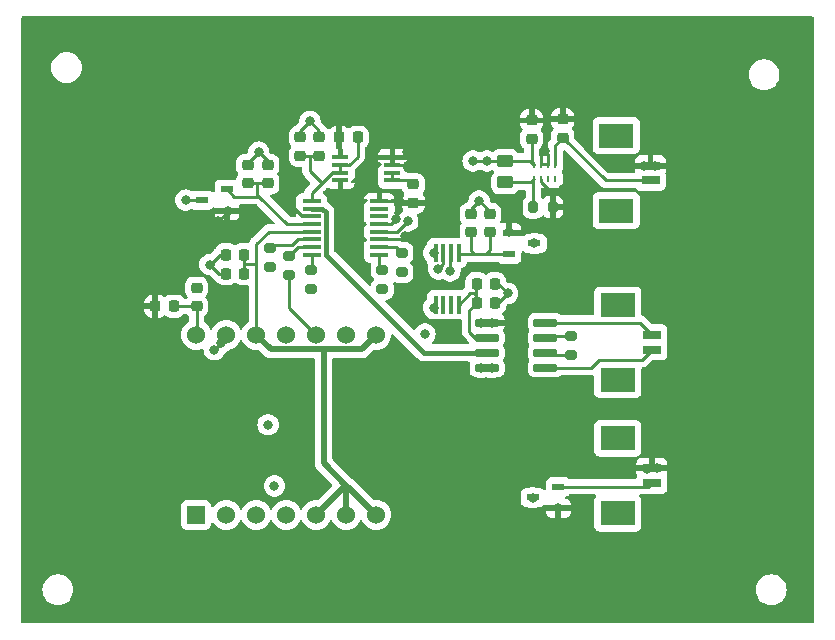
<source format=gbr>
%TF.GenerationSoftware,KiCad,Pcbnew,7.0.8*%
%TF.CreationDate,2024-08-03T17:37:37-04:00*%
%TF.ProjectId,wsg1.0,77736731-2e30-42e6-9b69-6361645f7063,rev?*%
%TF.SameCoordinates,Original*%
%TF.FileFunction,Copper,L1,Top*%
%TF.FilePolarity,Positive*%
%FSLAX46Y46*%
G04 Gerber Fmt 4.6, Leading zero omitted, Abs format (unit mm)*
G04 Created by KiCad (PCBNEW 7.0.8) date 2024-08-03 17:37:37*
%MOMM*%
%LPD*%
G01*
G04 APERTURE LIST*
G04 Aperture macros list*
%AMRoundRect*
0 Rectangle with rounded corners*
0 $1 Rounding radius*
0 $2 $3 $4 $5 $6 $7 $8 $9 X,Y pos of 4 corners*
0 Add a 4 corners polygon primitive as box body*
4,1,4,$2,$3,$4,$5,$6,$7,$8,$9,$2,$3,0*
0 Add four circle primitives for the rounded corners*
1,1,$1+$1,$2,$3*
1,1,$1+$1,$4,$5*
1,1,$1+$1,$6,$7*
1,1,$1+$1,$8,$9*
0 Add four rect primitives between the rounded corners*
20,1,$1+$1,$2,$3,$4,$5,0*
20,1,$1+$1,$4,$5,$6,$7,0*
20,1,$1+$1,$6,$7,$8,$9,0*
20,1,$1+$1,$8,$9,$2,$3,0*%
G04 Aperture macros list end*
%TA.AperFunction,SMDPad,CuDef*%
%ADD10RoundRect,0.225000X-0.225000X-0.250000X0.225000X-0.250000X0.225000X0.250000X-0.225000X0.250000X0*%
%TD*%
%TA.AperFunction,SMDPad,CuDef*%
%ADD11RoundRect,0.200000X-0.275000X0.200000X-0.275000X-0.200000X0.275000X-0.200000X0.275000X0.200000X0*%
%TD*%
%TA.AperFunction,SMDPad,CuDef*%
%ADD12RoundRect,0.225000X0.250000X-0.225000X0.250000X0.225000X-0.250000X0.225000X-0.250000X-0.225000X0*%
%TD*%
%TA.AperFunction,SMDPad,CuDef*%
%ADD13RoundRect,0.225000X-0.250000X0.225000X-0.250000X-0.225000X0.250000X-0.225000X0.250000X0.225000X0*%
%TD*%
%TA.AperFunction,SMDPad,CuDef*%
%ADD14R,0.260000X0.530000*%
%TD*%
%TA.AperFunction,SMDPad,CuDef*%
%ADD15R,1.090000X0.610000*%
%TD*%
%TA.AperFunction,SMDPad,CuDef*%
%ADD16R,1.600000X0.800000*%
%TD*%
%TA.AperFunction,SMDPad,CuDef*%
%ADD17R,3.000000X2.100000*%
%TD*%
%TA.AperFunction,SMDPad,CuDef*%
%ADD18RoundRect,0.218750X0.218750X0.256250X-0.218750X0.256250X-0.218750X-0.256250X0.218750X-0.256250X0*%
%TD*%
%TA.AperFunction,SMDPad,CuDef*%
%ADD19RoundRect,0.051250X0.733750X0.153750X-0.733750X0.153750X-0.733750X-0.153750X0.733750X-0.153750X0*%
%TD*%
%TA.AperFunction,SMDPad,CuDef*%
%ADD20RoundRect,0.250000X-0.450000X0.262500X-0.450000X-0.262500X0.450000X-0.262500X0.450000X0.262500X0*%
%TD*%
%TA.AperFunction,SMDPad,CuDef*%
%ADD21R,0.431800X1.498600*%
%TD*%
%TA.AperFunction,SMDPad,CuDef*%
%ADD22RoundRect,0.200000X-0.200000X-0.275000X0.200000X-0.275000X0.200000X0.275000X-0.200000X0.275000X0*%
%TD*%
%TA.AperFunction,SMDPad,CuDef*%
%ADD23RoundRect,0.225000X0.225000X0.250000X-0.225000X0.250000X-0.225000X-0.250000X0.225000X-0.250000X0*%
%TD*%
%TA.AperFunction,ComponentPad*%
%ADD24R,1.530000X1.530000*%
%TD*%
%TA.AperFunction,ComponentPad*%
%ADD25C,1.530000*%
%TD*%
%TA.AperFunction,SMDPad,CuDef*%
%ADD26RoundRect,0.200000X0.275000X-0.200000X0.275000X0.200000X-0.275000X0.200000X-0.275000X-0.200000X0*%
%TD*%
%TA.AperFunction,SMDPad,CuDef*%
%ADD27RoundRect,0.075000X0.910000X0.225000X-0.910000X0.225000X-0.910000X-0.225000X0.910000X-0.225000X0*%
%TD*%
%TA.AperFunction,SMDPad,CuDef*%
%ADD28R,1.400000X0.450000*%
%TD*%
%TA.AperFunction,SMDPad,CuDef*%
%ADD29RoundRect,0.218750X0.256250X-0.218750X0.256250X0.218750X-0.256250X0.218750X-0.256250X-0.218750X0*%
%TD*%
%TA.AperFunction,ViaPad*%
%ADD30C,0.800000*%
%TD*%
%TA.AperFunction,Conductor*%
%ADD31C,0.250000*%
%TD*%
%TA.AperFunction,Conductor*%
%ADD32C,0.500000*%
%TD*%
%TA.AperFunction,Conductor*%
%ADD33C,0.450000*%
%TD*%
G04 APERTURE END LIST*
D10*
%TO.P,C12,1*%
%TO.N,Net-(DAC1-VOUT)*%
X120445000Y-117460000D03*
%TO.P,C12,2*%
%TO.N,GND1*%
X121995000Y-117460000D03*
%TD*%
D11*
%TO.P,R3,1*%
%TO.N,Net-(U1-~{DRDY})*%
X102940000Y-112835000D03*
%TO.P,R3,2*%
%TO.N,Ready*%
X102940000Y-114485000D03*
%TD*%
D12*
%TO.P,C10,1*%
%TO.N,Net-(U1-REFP0)*%
X107080000Y-105015000D03*
%TO.P,C10,2*%
%TO.N,GND1*%
X107080000Y-103465000D03*
%TD*%
%TO.P,C2,1*%
%TO.N,5.5V*%
X125090000Y-103590000D03*
%TO.P,C2,2*%
%TO.N,GND*%
X125090000Y-102040000D03*
%TD*%
D13*
%TO.P,C1,1*%
%TO.N,GND*%
X127720000Y-101940000D03*
%TO.P,C1,2*%
%TO.N,Net-(BConv1-VIN)*%
X127720000Y-103490000D03*
%TD*%
D10*
%TO.P,C11,1*%
%TO.N,Net-(DAC1-VOUT)*%
X120425000Y-115870000D03*
%TO.P,C11,2*%
%TO.N,GND1*%
X121975000Y-115870000D03*
%TD*%
D12*
%TO.P,C14,1*%
%TO.N,Net-(DAC1-VDD)*%
X121537500Y-111505000D03*
%TO.P,C14,2*%
%TO.N,GND1*%
X121537500Y-109955000D03*
%TD*%
D11*
%TO.P,R7,1*%
%TO.N,Net-(U1-~{CS})*%
X114100000Y-113240000D03*
%TO.P,R7,2*%
%TO.N,CS-ADC*%
X114100000Y-114890000D03*
%TD*%
%TO.P,R5,1*%
%TO.N,Net-(U1-SCLK)*%
X112430000Y-114675000D03*
%TO.P,R5,2*%
%TO.N,SClk*%
X112430000Y-116325000D03*
%TD*%
D14*
%TO.P,BConv1,1,VIN*%
%TO.N,Net-(BConv1-VIN)*%
X127100000Y-105800000D03*
%TO.P,BConv1,2,GND_1*%
%TO.N,GND*%
X126500000Y-105800000D03*
%TO.P,BConv1,3,GND_2*%
X125900000Y-105800000D03*
%TO.P,BConv1,4,VOUT*%
%TO.N,5.5V*%
X125300000Y-105800000D03*
%TO.P,BConv1,5,FB*%
%TO.N,Net-(BConv1-FB)*%
X125300000Y-107000000D03*
%TO.P,BConv1,6,GND_3*%
%TO.N,GND*%
X125900000Y-107000000D03*
%TO.P,BConv1,7,MODE*%
%TO.N,unconnected-(BConv1-MODE-Pad7)*%
X126500000Y-107000000D03*
%TO.P,BConv1,8,EN*%
%TO.N,unconnected-(BConv1-EN-Pad8)*%
X127100000Y-107000000D03*
%TD*%
D15*
%TO.P,LinReg1,1,GND*%
%TO.N,GND*%
X99295000Y-109695000D03*
%TO.P,LinReg1,2,VOUT*%
%TO.N,Net-(LinReg1-VOUT)*%
X99295000Y-107865000D03*
%TO.P,LinReg1,3,VIN*%
%TO.N,5.5V*%
X97155000Y-108780000D03*
%TD*%
D16*
%TO.P,J3,1,Pin_1*%
%TO.N,Net-(InstrAmp1-+IN)*%
X135280000Y-120200000D03*
%TO.P,J3,2,Pin_2*%
%TO.N,Net-(InstrAmp1--IN)*%
X135280000Y-121450000D03*
D17*
%TO.P,J3,3*%
%TO.N,N/C*%
X132380000Y-117650000D03*
%TO.P,J3,4*%
X132380000Y-124000000D03*
%TD*%
D18*
%TO.P,TVS1,1,A1*%
%TO.N,Net-(D8-K)*%
X94807500Y-117760000D03*
%TO.P,TVS1,2,A2*%
%TO.N,GND*%
X93232500Y-117760000D03*
%TD*%
D16*
%TO.P,J1,1,Pin_1*%
%TO.N,GND*%
X135150000Y-105870000D03*
%TO.P,J1,2,Pin_2*%
%TO.N,Net-(BConv1-VIN)*%
X135150000Y-107120000D03*
D17*
%TO.P,J1,3*%
%TO.N,N/C*%
X132250000Y-103320000D03*
%TO.P,J1,4*%
X132250000Y-109670000D03*
%TD*%
D15*
%TO.P,LinReg3,1,GND*%
%TO.N,GND*%
X123177500Y-111540000D03*
%TO.P,LinReg3,2,VOUT*%
%TO.N,Net-(DAC1-VDD)*%
X123177500Y-113370000D03*
%TO.P,LinReg3,3,VIN*%
%TO.N,5.5V*%
X125317500Y-112455000D03*
%TD*%
D19*
%TO.P,U1,1,SCLK*%
%TO.N,Net-(U1-SCLK)*%
X112190000Y-113415000D03*
%TO.P,U1,2,~{CS}*%
%TO.N,Net-(U1-~{CS})*%
X112190000Y-112765000D03*
%TO.P,U1,3,CLK*%
%TO.N,GND*%
X112190000Y-112115000D03*
%TO.P,U1,4,DGND*%
%TO.N,GND1*%
X112190000Y-111465000D03*
%TO.P,U1,5,AVSS*%
%TO.N,GND*%
X112190000Y-110815000D03*
%TO.P,U1,6,AIN3/REFN1*%
%TO.N,unconnected-(U1-AIN3{slash}REFN1-Pad6)*%
X112190000Y-110165000D03*
%TO.P,U1,7,AIN2*%
%TO.N,unconnected-(U1-AIN2-Pad7)*%
X112190000Y-109515000D03*
%TO.P,U1,8,REFN0*%
%TO.N,GND*%
X112190000Y-108865000D03*
%TO.P,U1,9,REFP0*%
%TO.N,Net-(U1-REFP0)*%
X106450000Y-108865000D03*
%TO.P,U1,10,AIN1*%
%TO.N,AmplifiedSig*%
X106450000Y-109515000D03*
%TO.P,U1,11,AIN0/REFP1*%
%TO.N,GND*%
X106450000Y-110165000D03*
%TO.P,U1,12,AVDD*%
%TO.N,Net-(LinReg1-VOUT)*%
X106450000Y-110815000D03*
%TO.P,U1,13,DVDD*%
%TO.N,3v3*%
X106450000Y-111465000D03*
%TO.P,U1,14,~{DRDY}*%
%TO.N,Net-(U1-~{DRDY})*%
X106450000Y-112115000D03*
%TO.P,U1,15,DOUT/~DRDY*%
%TO.N,Net-(U1-DOUT{slash}~DRDY)*%
X106450000Y-112765000D03*
%TO.P,U1,16,DIN*%
%TO.N,Net-(U1-DIN)*%
X106450000Y-113415000D03*
%TD*%
D11*
%TO.P,R4,1*%
%TO.N,Net-(U1-DOUT{slash}~DRDY)*%
X104540000Y-113490000D03*
%TO.P,R4,2*%
%TO.N,MISO*%
X104540000Y-115140000D03*
%TD*%
D12*
%TO.P,C5,1*%
%TO.N,GND*%
X115080000Y-109005000D03*
%TO.P,C5,2*%
%TO.N,5.5V*%
X115080000Y-107455000D03*
%TD*%
D20*
%TO.P,R1,1*%
%TO.N,5.5V*%
X122830000Y-105457500D03*
%TO.P,R1,2*%
%TO.N,Net-(BConv1-FB)*%
X122830000Y-107282500D03*
%TD*%
D12*
%TO.P,C7,1*%
%TO.N,Net-(LinReg1-VOUT)*%
X102750000Y-107360000D03*
%TO.P,C7,2*%
%TO.N,GND1*%
X102750000Y-105810000D03*
%TD*%
D11*
%TO.P,R6,1*%
%TO.N,Net-(U1-DIN)*%
X106380000Y-114675000D03*
%TO.P,R6,2*%
%TO.N,MOSI*%
X106380000Y-116325000D03*
%TD*%
D21*
%TO.P,DAC1,1,VDD*%
%TO.N,Net-(DAC1-VDD)*%
X118895200Y-113265600D03*
%TO.P,DAC1,2,CS#*%
%TO.N,CS-DAC*%
X118260200Y-113265600D03*
%TO.P,DAC1,3,SCLK*%
%TO.N,SClk*%
X117599800Y-113265600D03*
%TO.P,DAC1,4,SDIN*%
%TO.N,MOSI*%
X116964800Y-113265600D03*
%TO.P,DAC1,5,LDAC#*%
%TO.N,DacLoad*%
X116964800Y-117634400D03*
%TO.P,DAC1,6,CLR#*%
%TO.N,unconnected-(DAC1-CLR#-Pad6)*%
X117599800Y-117634400D03*
%TO.P,DAC1,7,GND*%
%TO.N,GND1*%
X118260200Y-117634400D03*
%TO.P,DAC1,8,VOUT*%
%TO.N,Net-(DAC1-VOUT)*%
X118895200Y-117634400D03*
%TD*%
D12*
%TO.P,C8,1*%
%TO.N,Net-(LinReg1-VOUT)*%
X101040000Y-107370000D03*
%TO.P,C8,2*%
%TO.N,GND1*%
X101040000Y-105820000D03*
%TD*%
D16*
%TO.P,J2,1,Pin_1*%
%TO.N,GND*%
X135260000Y-131490000D03*
%TO.P,J2,2,Pin_2*%
%TO.N,Net-(J2-Pin_2)*%
X135260000Y-132740000D03*
D17*
%TO.P,J2,3*%
%TO.N,N/C*%
X132360000Y-128940000D03*
%TO.P,J2,4*%
X132360000Y-135290000D03*
%TD*%
D22*
%TO.P,R2,1*%
%TO.N,Net-(BConv1-FB)*%
X125220000Y-109370000D03*
%TO.P,R2,2*%
%TO.N,GND*%
X126870000Y-109370000D03*
%TD*%
D23*
%TO.P,C4,1*%
%TO.N,3v3*%
X100765000Y-113390000D03*
%TO.P,C4,2*%
%TO.N,GND1*%
X99215000Y-113390000D03*
%TD*%
D15*
%TO.P,LinReg2,1,GND*%
%TO.N,GND*%
X127340000Y-134875000D03*
%TO.P,LinReg2,2,VOUT*%
%TO.N,Net-(J2-Pin_2)*%
X127340000Y-133045000D03*
%TO.P,LinReg2,3,VIN*%
%TO.N,5.5V*%
X125200000Y-133960000D03*
%TD*%
D24*
%TO.P,U2,1,PA02_A0_D0*%
%TO.N,CS-DAC*%
X96680000Y-135427500D03*
D25*
%TO.P,U2,2,PA4_A1_D1*%
%TO.N,DacLoad*%
X99220000Y-135427500D03*
%TO.P,U2,3,PA10_A2_D2*%
%TO.N,Ready*%
X101760000Y-135427500D03*
%TO.P,U2,4,PA11_A3_D3*%
%TO.N,CS-ADC*%
X104300000Y-135427500D03*
%TO.P,U2,5,PA8_A4_D4_SDA*%
%TO.N,3v3*%
X106840000Y-135427500D03*
%TO.P,U2,6,PA9_A5_D5_SCL*%
X109380000Y-135427500D03*
%TO.P,U2,7,PB08_A6_D6_TX*%
X111920000Y-135427500D03*
%TO.P,U2,8,PB09_A7_D7_RX*%
X111920000Y-120187500D03*
%TO.P,U2,9,PA7_A8_D8_SCK*%
%TO.N,SClk*%
X109380000Y-120187500D03*
%TO.P,U2,10,PA5_A9_D9_MISO*%
%TO.N,MISO*%
X106840000Y-120187500D03*
%TO.P,U2,11,PA6_A10_D10_MOSI*%
%TO.N,MOSI*%
X104300000Y-120187500D03*
%TO.P,U2,12,3V3*%
%TO.N,3v3*%
X101760000Y-120187500D03*
%TO.P,U2,13,GND*%
%TO.N,GND1*%
X99220000Y-120187500D03*
%TO.P,U2,14,5V*%
%TO.N,Net-(D8-K)*%
X96680000Y-120187500D03*
%TD*%
D26*
%TO.P,R8,1*%
%TO.N,Net-(InstrAmp1-RG_1)*%
X128380000Y-121915000D03*
%TO.P,R8,2*%
%TO.N,Net-(InstrAmp1-RG_2)*%
X128380000Y-120265000D03*
%TD*%
D27*
%TO.P,InstrAmp1,1,-IN*%
%TO.N,Net-(InstrAmp1--IN)*%
X126250000Y-122975000D03*
%TO.P,InstrAmp1,2,RG_1*%
%TO.N,Net-(InstrAmp1-RG_1)*%
X126250000Y-121705000D03*
%TO.P,InstrAmp1,3,RG_2*%
%TO.N,Net-(InstrAmp1-RG_2)*%
X126250000Y-120435000D03*
%TO.P,InstrAmp1,4,+IN*%
%TO.N,Net-(InstrAmp1-+IN)*%
X126250000Y-119165000D03*
%TO.P,InstrAmp1,5,-VS*%
%TO.N,GND*%
X121310000Y-119165000D03*
%TO.P,InstrAmp1,6,REF*%
%TO.N,Net-(DAC1-VOUT)*%
X121310000Y-120435000D03*
%TO.P,InstrAmp1,7,OUT*%
%TO.N,AmplifiedSig*%
X121310000Y-121705000D03*
%TO.P,InstrAmp1,8,+VS*%
%TO.N,5.5V*%
X121310000Y-122975000D03*
%TD*%
D23*
%TO.P,C3,1*%
%TO.N,3v3*%
X100765000Y-115000000D03*
%TO.P,C3,2*%
%TO.N,GND1*%
X99215000Y-115000000D03*
%TD*%
D12*
%TO.P,C13,1*%
%TO.N,Net-(DAC1-VDD)*%
X119957500Y-111510000D03*
%TO.P,C13,2*%
%TO.N,GND1*%
X119957500Y-109960000D03*
%TD*%
D23*
%TO.P,C6,1*%
%TO.N,Net-(U1-REFP0)*%
X110345000Y-103465000D03*
%TO.P,C6,2*%
%TO.N,GND*%
X108795000Y-103465000D03*
%TD*%
D12*
%TO.P,C9,1*%
%TO.N,Net-(U1-REFP0)*%
X105510000Y-105025000D03*
%TO.P,C9,2*%
%TO.N,GND1*%
X105510000Y-103475000D03*
%TD*%
D28*
%TO.P,Vref1,1,EN*%
%TO.N,5.5V*%
X113290000Y-107115000D03*
%TO.P,Vref1,2,VIN*%
X113290000Y-106465000D03*
%TO.P,Vref1,3,GND_1*%
%TO.N,GND*%
X113290000Y-105815000D03*
%TO.P,Vref1,4,GND_2*%
X113290000Y-105165000D03*
%TO.P,Vref1,5,GND_3*%
X108890000Y-105165000D03*
%TO.P,Vref1,6,OUTS*%
%TO.N,Net-(U1-REFP0)*%
X108890000Y-105815000D03*
%TO.P,Vref1,7,OUTF*%
X108890000Y-106465000D03*
%TO.P,Vref1,8,GND_4*%
%TO.N,GND*%
X108890000Y-107115000D03*
%TD*%
D29*
%TO.P,D8,1,K*%
%TO.N,Net-(D8-K)*%
X96710000Y-117777500D03*
%TO.P,D8,2,A*%
%TO.N,5.5V*%
X96710000Y-116202500D03*
%TD*%
D30*
%TO.N,GND*%
X99405000Y-109730000D03*
X98550000Y-110550000D03*
X134630000Y-105885000D03*
X126180000Y-104590000D03*
X97920000Y-111560000D03*
X114540000Y-104680000D03*
X125070000Y-102035000D03*
X126870000Y-109370000D03*
X121740000Y-119185000D03*
X115010000Y-109045000D03*
X114326274Y-111862581D03*
X134870000Y-131510000D03*
X104330000Y-108840000D03*
X93220000Y-117740000D03*
X123157500Y-110225000D03*
X109010000Y-108320000D03*
X127700000Y-101935000D03*
X113610000Y-110395000D03*
X114630000Y-106050000D03*
X91950000Y-117760000D03*
X135490000Y-105885000D03*
X127340000Y-134875000D03*
X120770000Y-119155000D03*
X108795000Y-103465000D03*
X135720000Y-131480000D03*
X127740000Y-107810000D03*
X123167500Y-111475000D03*
X113850000Y-108475000D03*
%TO.N,5.5V*%
X120810000Y-122965000D03*
X115090000Y-107460000D03*
X121300000Y-105470000D03*
X125317500Y-112455000D03*
X96710000Y-116202500D03*
X120130000Y-105460000D03*
X121690000Y-122975000D03*
X125160000Y-133980000D03*
X95800000Y-108780000D03*
X122720000Y-105460000D03*
%TO.N,GND1*%
X97840000Y-114240000D03*
X105500000Y-103465000D03*
X99200000Y-115010000D03*
X123040000Y-116680000D03*
X114594021Y-110570236D03*
X101980000Y-104720000D03*
X98770000Y-120870000D03*
X106310000Y-102120000D03*
X121537500Y-109985000D03*
X120637500Y-108845000D03*
X102750000Y-105840000D03*
X101040000Y-105830000D03*
X107070000Y-103455000D03*
X119947500Y-109985000D03*
X98210000Y-121460000D03*
X99200000Y-113360000D03*
%TO.N,CS-DAC*%
X118173530Y-114795387D03*
%TO.N,SClk*%
X112430000Y-116325000D03*
X117190565Y-114614319D03*
%TO.N,MOSI*%
X106380000Y-116325000D03*
X116784400Y-113265600D03*
%TO.N,DacLoad*%
X116784818Y-117881972D03*
%TO.N,Ready*%
X102770000Y-127800000D03*
X103310000Y-132990000D03*
X102940000Y-114485000D03*
%TO.N,MISO*%
X104540000Y-115140000D03*
%TO.N,CS-ADC*%
X114100000Y-114890000D03*
X116050000Y-120100000D03*
%TD*%
D31*
%TO.N,Net-(BConv1-VIN)*%
X135150000Y-107120000D02*
X131350000Y-107120000D01*
X127100000Y-104110000D02*
X127720000Y-103490000D01*
X127100000Y-105800000D02*
X127100000Y-104110000D01*
X131350000Y-107120000D02*
X127720000Y-103490000D01*
%TO.N,GND*%
X125900000Y-104870000D02*
X126180000Y-104590000D01*
X127740000Y-107810000D02*
X126455380Y-107810000D01*
X123177500Y-111540000D02*
X123177500Y-111485000D01*
X108890000Y-108200000D02*
X109010000Y-108320000D01*
X105655000Y-110165000D02*
X106450000Y-110165000D01*
X97920000Y-111215000D02*
X98550000Y-110585000D01*
X108890000Y-107115000D02*
X108890000Y-108200000D01*
X97920000Y-111560000D02*
X97920000Y-111215000D01*
X108795000Y-105070000D02*
X108890000Y-105165000D01*
X113290000Y-105815000D02*
X114395000Y-105815000D01*
X113460000Y-108865000D02*
X113850000Y-108475000D01*
X113850000Y-108475000D02*
X114380000Y-109005000D01*
X123167500Y-111475000D02*
X123177500Y-111465000D01*
X98550000Y-110585000D02*
X98550000Y-110550000D01*
X93232500Y-117760000D02*
X93220000Y-117740000D01*
X126500000Y-105800000D02*
X126500000Y-104910000D01*
X104330000Y-108840000D02*
X105655000Y-110165000D01*
X123177500Y-111465000D02*
X123177500Y-110245000D01*
X114055000Y-105165000D02*
X114540000Y-104680000D01*
X98550000Y-110550000D02*
X98585000Y-110550000D01*
X114395000Y-105815000D02*
X114630000Y-106050000D01*
X114970000Y-109005000D02*
X115010000Y-109045000D01*
X123177500Y-111485000D02*
X123167500Y-111475000D01*
X125900000Y-105800000D02*
X125900000Y-104870000D01*
X115050000Y-109005000D02*
X115080000Y-109005000D01*
X123177500Y-110245000D02*
X123157500Y-110225000D01*
X126455380Y-107810000D02*
X125900000Y-107254620D01*
X108795000Y-103465000D02*
X108795000Y-105070000D01*
X113190000Y-110815000D02*
X113610000Y-110395000D01*
X98585000Y-110550000D02*
X99405000Y-109730000D01*
X99405000Y-109720000D02*
X99405000Y-109730000D01*
X113290000Y-105165000D02*
X114055000Y-105165000D01*
X114073855Y-112115000D02*
X114326274Y-111862581D01*
X112190000Y-112115000D02*
X114073855Y-112115000D01*
X93220000Y-117740000D02*
X91950000Y-117760000D01*
X112190000Y-108865000D02*
X113460000Y-108865000D01*
X112190000Y-110815000D02*
X113190000Y-110815000D01*
X126500000Y-104910000D02*
X126180000Y-104590000D01*
X125900000Y-107254620D02*
X125900000Y-107000000D01*
X114380000Y-109005000D02*
X114970000Y-109005000D01*
X99380000Y-109695000D02*
X99405000Y-109720000D01*
X99295000Y-109695000D02*
X99380000Y-109695000D01*
X115010000Y-109045000D02*
X115050000Y-109005000D01*
%TO.N,5.5V*%
X122720000Y-105460000D02*
X122717500Y-105457500D01*
X122830000Y-105457500D02*
X124957500Y-105457500D01*
X97155000Y-108780000D02*
X95800000Y-108780000D01*
X121300000Y-105470000D02*
X121287500Y-105457500D01*
X115090000Y-107465000D02*
X115080000Y-107455000D01*
X121312500Y-105457500D02*
X121300000Y-105470000D01*
X122722500Y-105457500D02*
X122720000Y-105460000D01*
X124957500Y-105457500D02*
X125300000Y-105800000D01*
X122717500Y-105457500D02*
X121312500Y-105457500D01*
X125090000Y-103590000D02*
X125090000Y-105590000D01*
X115090000Y-107460000D02*
X115090000Y-107465000D01*
X114740000Y-107115000D02*
X115085000Y-107460000D01*
X113290000Y-107115000D02*
X113290000Y-106465000D01*
X115085000Y-107460000D02*
X115090000Y-107460000D01*
X120132500Y-105457500D02*
X120130000Y-105460000D01*
X113290000Y-107115000D02*
X114740000Y-107115000D01*
X125090000Y-105590000D02*
X125300000Y-105800000D01*
X121287500Y-105457500D02*
X120132500Y-105457500D01*
X122830000Y-105457500D02*
X122722500Y-105457500D01*
%TO.N,Net-(BConv1-FB)*%
X125017500Y-107282500D02*
X122830000Y-107282500D01*
X125220000Y-109370000D02*
X125220000Y-107080000D01*
X125300000Y-107000000D02*
X125017500Y-107282500D01*
X125220000Y-107080000D02*
X125300000Y-107000000D01*
%TO.N,3v3*%
X101740000Y-114160000D02*
X101760000Y-114140000D01*
D32*
X109380000Y-133140000D02*
X109380000Y-135427500D01*
X109207500Y-133060000D02*
X106840000Y-135427500D01*
X107470000Y-131070000D02*
X109460000Y-133060000D01*
D31*
X106450000Y-111465000D02*
X102815000Y-111465000D01*
X101760000Y-114140000D02*
X101760000Y-120187500D01*
D32*
X109460000Y-133060000D02*
X109380000Y-133140000D01*
X110705000Y-121402500D02*
X107470000Y-121402500D01*
X102975000Y-121402500D02*
X101760000Y-120187500D01*
D31*
X100765000Y-114160000D02*
X101740000Y-114160000D01*
D32*
X107470000Y-121402500D02*
X102975000Y-121402500D01*
X109460000Y-133060000D02*
X109552500Y-133060000D01*
X109460000Y-133060000D02*
X109207500Y-133060000D01*
X107470000Y-121402500D02*
X107470000Y-131070000D01*
D31*
X102815000Y-111465000D02*
X101760000Y-112520000D01*
X100765000Y-114160000D02*
X100765000Y-113390000D01*
D32*
X109552500Y-133060000D02*
X111920000Y-135427500D01*
X111920000Y-120187500D02*
X110705000Y-121402500D01*
D31*
X100765000Y-115000000D02*
X100765000Y-114160000D01*
X101760000Y-112520000D02*
X101760000Y-114140000D01*
%TO.N,GND1*%
X101040000Y-105830000D02*
X101040000Y-105660000D01*
X99200000Y-113360000D02*
X98690000Y-113390000D01*
X99220000Y-120187500D02*
X99220000Y-120450000D01*
X123040000Y-116680000D02*
X122230000Y-115870000D01*
X119957500Y-109525000D02*
X120637500Y-108845000D01*
X105500000Y-103465000D02*
X105510000Y-102920000D01*
X107080000Y-102890000D02*
X106310000Y-102120000D01*
X107070000Y-103455000D02*
X107080000Y-102890000D01*
X121537500Y-109985000D02*
X121537500Y-109745000D01*
X121537500Y-109955000D02*
X121537500Y-109985000D01*
X121537500Y-109745000D02*
X120637500Y-108845000D01*
X99190000Y-115000000D02*
X98600000Y-115000000D01*
X101040000Y-105660000D02*
X101980000Y-104720000D01*
X98690000Y-113390000D02*
X97840000Y-114240000D01*
X99220000Y-120450000D02*
X98800000Y-120870000D01*
X105510000Y-103475000D02*
X105500000Y-103465000D01*
X101040000Y-105820000D02*
X101040000Y-105830000D01*
X102750000Y-105810000D02*
X102750000Y-105840000D01*
X119947500Y-109985000D02*
X119957500Y-109525000D01*
X98770000Y-120870000D02*
X98770000Y-120900000D01*
X105510000Y-102920000D02*
X106310000Y-102120000D01*
X119957500Y-109960000D02*
X119947500Y-109985000D01*
X102750000Y-105490000D02*
X101980000Y-104720000D01*
X107080000Y-103465000D02*
X107070000Y-103455000D01*
X102750000Y-105840000D02*
X102750000Y-105490000D01*
X98800000Y-120870000D02*
X98770000Y-120870000D01*
X123040000Y-116680000D02*
X122260000Y-117460000D01*
X99215000Y-113390000D02*
X99200000Y-113360000D01*
X98770000Y-120900000D02*
X98210000Y-121460000D01*
X99215000Y-115000000D02*
X99210000Y-115000000D01*
X113699257Y-111465000D02*
X112190000Y-111465000D01*
X98600000Y-115000000D02*
X97840000Y-114240000D01*
X122260000Y-117460000D02*
X121995000Y-117460000D01*
X114594021Y-110570236D02*
X113699257Y-111465000D01*
X122230000Y-115870000D02*
X121975000Y-115870000D01*
X99210000Y-115000000D02*
X99200000Y-115010000D01*
X99200000Y-115010000D02*
X99190000Y-115000000D01*
%TO.N,Net-(U1-REFP0)*%
X106300000Y-105015000D02*
X106300000Y-106320000D01*
X108890000Y-105815000D02*
X108890000Y-106165000D01*
X108155380Y-106465000D02*
X107300190Y-107320190D01*
X106300000Y-106320000D02*
X107300190Y-107320190D01*
X106450000Y-108170380D02*
X106450000Y-108865000D01*
X106300000Y-105015000D02*
X105520000Y-105015000D01*
X107300190Y-107320190D02*
X107040190Y-107580190D01*
X108890000Y-105815000D02*
X109624620Y-105815000D01*
X108890000Y-106165000D02*
X108890000Y-106465000D01*
X110345000Y-105094620D02*
X110345000Y-103465000D01*
X109624620Y-105815000D02*
X110345000Y-105094620D01*
X108890000Y-106465000D02*
X108155380Y-106465000D01*
X107080000Y-105015000D02*
X106300000Y-105015000D01*
X105520000Y-105015000D02*
X105510000Y-105025000D01*
X107040190Y-107580190D02*
X106450000Y-108170380D01*
%TO.N,Net-(LinReg1-VOUT)*%
X101860000Y-107360000D02*
X101860000Y-108310000D01*
X99922500Y-108492500D02*
X102042500Y-108492500D01*
X101050000Y-107360000D02*
X101040000Y-107370000D01*
X102042500Y-108492500D02*
X104365000Y-110815000D01*
X99295000Y-107865000D02*
X99922500Y-108492500D01*
X104365000Y-110815000D02*
X106450000Y-110815000D01*
X101860000Y-108310000D02*
X102042500Y-108492500D01*
X101860000Y-107360000D02*
X101050000Y-107360000D01*
X102750000Y-107360000D02*
X101860000Y-107360000D01*
%TO.N,Net-(DAC1-VOUT)*%
X120360000Y-116820000D02*
X120360000Y-117565000D01*
X120445000Y-117460000D02*
X119820000Y-118085000D01*
X119859600Y-116670000D02*
X118895200Y-117634400D01*
X120360000Y-115995000D02*
X120360000Y-116820000D01*
X119820000Y-119930000D02*
X120325000Y-120435000D01*
X118955200Y-117624400D02*
X118955200Y-117339800D01*
X120325000Y-120435000D02*
X121310000Y-120435000D01*
X120360000Y-116820000D02*
X120210000Y-116670000D01*
X120360000Y-117565000D02*
X120380000Y-117585000D01*
X119820000Y-118085000D02*
X119820000Y-119930000D01*
X120210000Y-116670000D02*
X119859600Y-116670000D01*
%TO.N,Net-(D8-K)*%
X94825000Y-117777500D02*
X94807500Y-117760000D01*
X96710000Y-120157500D02*
X96680000Y-120187500D01*
X96710000Y-117777500D02*
X96710000Y-120157500D01*
X96710000Y-117777500D02*
X94825000Y-117777500D01*
%TO.N,Net-(DAC1-VDD)*%
X123177500Y-113370000D02*
X121197500Y-113370000D01*
X119957500Y-113080000D02*
X120247500Y-113370000D01*
X121537500Y-111505000D02*
X121537500Y-113030000D01*
X121537500Y-113030000D02*
X121197500Y-113370000D01*
X118999600Y-113370000D02*
X118895200Y-113265600D01*
X119957500Y-111510000D02*
X119957500Y-113080000D01*
X120247500Y-113370000D02*
X118999600Y-113370000D01*
X121197500Y-113370000D02*
X120247500Y-113370000D01*
%TO.N,CS-DAC*%
X118173530Y-113352270D02*
X118260200Y-113265600D01*
X118173530Y-114795387D02*
X118173530Y-113352270D01*
%TO.N,SClk*%
X117599800Y-114205084D02*
X117599800Y-113265600D01*
X117190565Y-114614319D02*
X117599800Y-114205084D01*
%TO.N,MOSI*%
X106405000Y-116350000D02*
X106360000Y-116350000D01*
X106510000Y-116500000D02*
X106360000Y-116350000D01*
X106360000Y-116305000D02*
X106380000Y-116325000D01*
X106510000Y-116455000D02*
X106405000Y-116350000D01*
X106360000Y-116350000D02*
X106360000Y-116305000D01*
%TO.N,Net-(InstrAmp1--IN)*%
X134410000Y-122320000D02*
X130770000Y-122320000D01*
X130115000Y-122975000D02*
X126250000Y-122975000D01*
X135280000Y-121450000D02*
X134410000Y-122320000D01*
X130770000Y-122320000D02*
X130115000Y-122975000D01*
%TO.N,Net-(InstrAmp1-RG_1)*%
X128380000Y-121915000D02*
X126460000Y-121915000D01*
X126460000Y-121915000D02*
X126250000Y-121705000D01*
%TO.N,Net-(InstrAmp1-RG_2)*%
X126420000Y-120265000D02*
X126250000Y-120435000D01*
X128380000Y-120265000D02*
X126420000Y-120265000D01*
%TO.N,Net-(InstrAmp1-+IN)*%
X134245000Y-119165000D02*
X126250000Y-119165000D01*
X135280000Y-120200000D02*
X134245000Y-119165000D01*
D33*
%TO.N,AmplifiedSig*%
X115965000Y-121705000D02*
X107660000Y-113400000D01*
X107660000Y-113400000D02*
X107660000Y-109813980D01*
X107660000Y-109813980D02*
X107361020Y-109515000D01*
X107361020Y-109515000D02*
X106450000Y-109515000D01*
X121310000Y-121705000D02*
X115965000Y-121705000D01*
D31*
%TO.N,Net-(J2-Pin_2)*%
X127340000Y-133045000D02*
X134955000Y-133045000D01*
X134955000Y-133045000D02*
X135260000Y-132740000D01*
%TO.N,Net-(U1-~{DRDY})*%
X103155000Y-112620000D02*
X104773604Y-112620000D01*
X104773604Y-112620000D02*
X105278604Y-112115000D01*
X102940000Y-112835000D02*
X103155000Y-112620000D01*
X105278604Y-112115000D02*
X106450000Y-112115000D01*
%TO.N,Net-(U1-DOUT{slash}~DRDY)*%
X106450000Y-112765000D02*
X105265000Y-112765000D01*
X105265000Y-112765000D02*
X104540000Y-113490000D01*
%TO.N,MISO*%
X104540000Y-115140000D02*
X104540000Y-117887500D01*
X104540000Y-117887500D02*
X106840000Y-120187500D01*
%TO.N,Net-(U1-SCLK)*%
X112190000Y-113415000D02*
X112190000Y-114435000D01*
X112190000Y-114435000D02*
X112430000Y-114675000D01*
%TO.N,Net-(U1-DIN)*%
X106450000Y-114605000D02*
X106380000Y-114675000D01*
X106450000Y-113415000D02*
X106450000Y-114605000D01*
%TO.N,Net-(U1-~{CS})*%
X113625000Y-112765000D02*
X112190000Y-112765000D01*
X114100000Y-113240000D02*
X113625000Y-112765000D01*
%TD*%
%TA.AperFunction,Conductor*%
%TO.N,GND*%
G36*
X126412539Y-105689685D02*
G01*
X126458294Y-105742489D01*
X126469500Y-105793990D01*
X126469501Y-105805990D01*
X126449822Y-105873031D01*
X126397022Y-105918790D01*
X126345501Y-105930000D01*
X126054500Y-105930000D01*
X125987461Y-105910315D01*
X125941706Y-105857511D01*
X125930500Y-105806010D01*
X125930499Y-105794010D01*
X125950178Y-105726969D01*
X126002978Y-105681210D01*
X126054499Y-105670000D01*
X126345500Y-105670000D01*
X126412539Y-105689685D01*
G37*
%TD.AperFunction*%
%TA.AperFunction,Conductor*%
G36*
X148902539Y-93240185D02*
G01*
X148948294Y-93292989D01*
X148959500Y-93344500D01*
X148959500Y-144485500D01*
X148939815Y-144552539D01*
X148887011Y-144598294D01*
X148835500Y-144609500D01*
X82004500Y-144609500D01*
X81937461Y-144589815D01*
X81891706Y-144537011D01*
X81880500Y-144485500D01*
X81880500Y-141770001D01*
X83664532Y-141770001D01*
X83684364Y-141996686D01*
X83684366Y-141996697D01*
X83743258Y-142216488D01*
X83743261Y-142216497D01*
X83839431Y-142422732D01*
X83839432Y-142422734D01*
X83969954Y-142609141D01*
X84130858Y-142770045D01*
X84130861Y-142770047D01*
X84317266Y-142900568D01*
X84523504Y-142996739D01*
X84743308Y-143055635D01*
X84913216Y-143070500D01*
X85026784Y-143070500D01*
X85196692Y-143055635D01*
X85416496Y-142996739D01*
X85622734Y-142900568D01*
X85809139Y-142770047D01*
X85970047Y-142609139D01*
X86100568Y-142422734D01*
X86196739Y-142216496D01*
X86255635Y-141996692D01*
X86275468Y-141770001D01*
X144064532Y-141770001D01*
X144084364Y-141996686D01*
X144084366Y-141996697D01*
X144143258Y-142216488D01*
X144143261Y-142216497D01*
X144239431Y-142422732D01*
X144239432Y-142422734D01*
X144369954Y-142609141D01*
X144530858Y-142770045D01*
X144530861Y-142770047D01*
X144717266Y-142900568D01*
X144923504Y-142996739D01*
X145143308Y-143055635D01*
X145313216Y-143070500D01*
X145426784Y-143070500D01*
X145596692Y-143055635D01*
X145816496Y-142996739D01*
X146022734Y-142900568D01*
X146209139Y-142770047D01*
X146370047Y-142609139D01*
X146500568Y-142422734D01*
X146596739Y-142216496D01*
X146655635Y-141996692D01*
X146675468Y-141770000D01*
X146655635Y-141543308D01*
X146596739Y-141323504D01*
X146500568Y-141117266D01*
X146370047Y-140930861D01*
X146370045Y-140930858D01*
X146209141Y-140769954D01*
X146022734Y-140639432D01*
X146022732Y-140639431D01*
X145816497Y-140543261D01*
X145816488Y-140543258D01*
X145596697Y-140484366D01*
X145596687Y-140484364D01*
X145426784Y-140469500D01*
X145313216Y-140469500D01*
X145143312Y-140484364D01*
X145143302Y-140484366D01*
X144923511Y-140543258D01*
X144923502Y-140543261D01*
X144717267Y-140639431D01*
X144717265Y-140639432D01*
X144530858Y-140769954D01*
X144369954Y-140930858D01*
X144239432Y-141117265D01*
X144239431Y-141117267D01*
X144143261Y-141323502D01*
X144143258Y-141323511D01*
X144084366Y-141543302D01*
X144084364Y-141543313D01*
X144064532Y-141769998D01*
X144064532Y-141770001D01*
X86275468Y-141770001D01*
X86275468Y-141770000D01*
X86255635Y-141543308D01*
X86196739Y-141323504D01*
X86100568Y-141117266D01*
X85970047Y-140930861D01*
X85970045Y-140930858D01*
X85809141Y-140769954D01*
X85622734Y-140639432D01*
X85622732Y-140639431D01*
X85416497Y-140543261D01*
X85416488Y-140543258D01*
X85196697Y-140484366D01*
X85196687Y-140484364D01*
X85026784Y-140469500D01*
X84913216Y-140469500D01*
X84743312Y-140484364D01*
X84743302Y-140484366D01*
X84523511Y-140543258D01*
X84523502Y-140543261D01*
X84317267Y-140639431D01*
X84317265Y-140639432D01*
X84130858Y-140769954D01*
X83969954Y-140930858D01*
X83839432Y-141117265D01*
X83839431Y-141117267D01*
X83743261Y-141323502D01*
X83743258Y-141323511D01*
X83684366Y-141543302D01*
X83684364Y-141543313D01*
X83664532Y-141769998D01*
X83664532Y-141770001D01*
X81880500Y-141770001D01*
X81880500Y-132990000D01*
X102404540Y-132990000D01*
X102424326Y-133178256D01*
X102424327Y-133178259D01*
X102482818Y-133358277D01*
X102482821Y-133358284D01*
X102577467Y-133522216D01*
X102699884Y-133658173D01*
X102704129Y-133662888D01*
X102857265Y-133774148D01*
X102857270Y-133774151D01*
X103030192Y-133851142D01*
X103030197Y-133851144D01*
X103215354Y-133890500D01*
X103215355Y-133890500D01*
X103404644Y-133890500D01*
X103404646Y-133890500D01*
X103589803Y-133851144D01*
X103762730Y-133774151D01*
X103915871Y-133662888D01*
X104042533Y-133522216D01*
X104137179Y-133358284D01*
X104195674Y-133178256D01*
X104215460Y-132990000D01*
X104195674Y-132801744D01*
X104137179Y-132621716D01*
X104042533Y-132457784D01*
X103915871Y-132317112D01*
X103915870Y-132317111D01*
X103762734Y-132205851D01*
X103762729Y-132205848D01*
X103589807Y-132128857D01*
X103589802Y-132128855D01*
X103443078Y-132097669D01*
X103404646Y-132089500D01*
X103215354Y-132089500D01*
X103182897Y-132096398D01*
X103030197Y-132128855D01*
X103030192Y-132128857D01*
X102857270Y-132205848D01*
X102857265Y-132205851D01*
X102704129Y-132317111D01*
X102577466Y-132457785D01*
X102482821Y-132621715D01*
X102482818Y-132621722D01*
X102459940Y-132692135D01*
X102424326Y-132801744D01*
X102404540Y-132990000D01*
X81880500Y-132990000D01*
X81880500Y-127800000D01*
X101864540Y-127800000D01*
X101884326Y-127988256D01*
X101884327Y-127988259D01*
X101942818Y-128168277D01*
X101942821Y-128168284D01*
X102037467Y-128332216D01*
X102164129Y-128472888D01*
X102317265Y-128584148D01*
X102317270Y-128584151D01*
X102490192Y-128661142D01*
X102490197Y-128661144D01*
X102675354Y-128700500D01*
X102675355Y-128700500D01*
X102864644Y-128700500D01*
X102864646Y-128700500D01*
X103049803Y-128661144D01*
X103222730Y-128584151D01*
X103375871Y-128472888D01*
X103502533Y-128332216D01*
X103597179Y-128168284D01*
X103655674Y-127988256D01*
X103675460Y-127800000D01*
X103655674Y-127611744D01*
X103597179Y-127431716D01*
X103502533Y-127267784D01*
X103375871Y-127127112D01*
X103375870Y-127127111D01*
X103222734Y-127015851D01*
X103222729Y-127015848D01*
X103049807Y-126938857D01*
X103049802Y-126938855D01*
X102904001Y-126907865D01*
X102864646Y-126899500D01*
X102675354Y-126899500D01*
X102642897Y-126906398D01*
X102490197Y-126938855D01*
X102490192Y-126938857D01*
X102317270Y-127015848D01*
X102317265Y-127015851D01*
X102164129Y-127127111D01*
X102037466Y-127267785D01*
X101942821Y-127431715D01*
X101942818Y-127431722D01*
X101884327Y-127611740D01*
X101884326Y-127611744D01*
X101864540Y-127800000D01*
X81880500Y-127800000D01*
X81880500Y-118010000D01*
X92295001Y-118010000D01*
X92295001Y-118064152D01*
X92305056Y-118162583D01*
X92357906Y-118322072D01*
X92357908Y-118322077D01*
X92446114Y-118465080D01*
X92564919Y-118583885D01*
X92707922Y-118672091D01*
X92707927Y-118672093D01*
X92867416Y-118724942D01*
X92965856Y-118734999D01*
X93482500Y-118734999D01*
X93499136Y-118734999D01*
X93499152Y-118734998D01*
X93597583Y-118724943D01*
X93757072Y-118672093D01*
X93757077Y-118672091D01*
X93900080Y-118583885D01*
X93931966Y-118552000D01*
X93993289Y-118518515D01*
X94062981Y-118523499D01*
X94107328Y-118552000D01*
X94139608Y-118584280D01*
X94139612Y-118584283D01*
X94282704Y-118672544D01*
X94282707Y-118672545D01*
X94282713Y-118672549D01*
X94442315Y-118725436D01*
X94540826Y-118735500D01*
X94540831Y-118735500D01*
X95074169Y-118735500D01*
X95074174Y-118735500D01*
X95172685Y-118725436D01*
X95332287Y-118672549D01*
X95475391Y-118584281D01*
X95594281Y-118465391D01*
X95595234Y-118463845D01*
X95596433Y-118461903D01*
X95598531Y-118460015D01*
X95598762Y-118459724D01*
X95598811Y-118459763D01*
X95648381Y-118415178D01*
X95701971Y-118403000D01*
X95792168Y-118403000D01*
X95859207Y-118422685D01*
X95879664Y-118441231D01*
X95880612Y-118440284D01*
X95885719Y-118445391D01*
X96004609Y-118564281D01*
X96025597Y-118577227D01*
X96072321Y-118629174D01*
X96084500Y-118682765D01*
X96084500Y-118995032D01*
X96064815Y-119062071D01*
X96031624Y-119096606D01*
X95863452Y-119214362D01*
X95863441Y-119214371D01*
X95706868Y-119370944D01*
X95579857Y-119552334D01*
X95579856Y-119552336D01*
X95486279Y-119753013D01*
X95486275Y-119753024D01*
X95428965Y-119966907D01*
X95428964Y-119966914D01*
X95409666Y-120187498D01*
X95409666Y-120187501D01*
X95428964Y-120408085D01*
X95428965Y-120408092D01*
X95486275Y-120621975D01*
X95486279Y-120621986D01*
X95568655Y-120798642D01*
X95579858Y-120822667D01*
X95706868Y-121004055D01*
X95863445Y-121160632D01*
X96044833Y-121287642D01*
X96135163Y-121329763D01*
X96245513Y-121381220D01*
X96245515Y-121381220D01*
X96245520Y-121381223D01*
X96459409Y-121438535D01*
X96616974Y-121452320D01*
X96679998Y-121457834D01*
X96680000Y-121457834D01*
X96680002Y-121457834D01*
X96735147Y-121453009D01*
X96900591Y-121438535D01*
X97114480Y-121381223D01*
X97130211Y-121373887D01*
X97199285Y-121363393D01*
X97263070Y-121391911D01*
X97301312Y-121450386D01*
X97305938Y-121473306D01*
X97313251Y-121542884D01*
X97324326Y-121648256D01*
X97324327Y-121648259D01*
X97382818Y-121828277D01*
X97382820Y-121828281D01*
X97382821Y-121828284D01*
X97477467Y-121992216D01*
X97563093Y-122087313D01*
X97604129Y-122132888D01*
X97757265Y-122244148D01*
X97757270Y-122244151D01*
X97930192Y-122321142D01*
X97930197Y-122321144D01*
X98115354Y-122360500D01*
X98115355Y-122360500D01*
X98304644Y-122360500D01*
X98304646Y-122360500D01*
X98489803Y-122321144D01*
X98662730Y-122244151D01*
X98815871Y-122132888D01*
X98942533Y-121992216D01*
X99037179Y-121828284D01*
X99054885Y-121773789D01*
X99094320Y-121716117D01*
X99122375Y-121698831D01*
X99222730Y-121654151D01*
X99375871Y-121542888D01*
X99454551Y-121455503D01*
X99514036Y-121418856D01*
X99514455Y-121418742D01*
X99654480Y-121381223D01*
X99855167Y-121287642D01*
X100036555Y-121160632D01*
X100193132Y-121004055D01*
X100320142Y-120822667D01*
X100377618Y-120699407D01*
X100423790Y-120646968D01*
X100490983Y-120627816D01*
X100557864Y-120648031D01*
X100602381Y-120699407D01*
X100659858Y-120822667D01*
X100786868Y-121004055D01*
X100943445Y-121160632D01*
X101124833Y-121287642D01*
X101215163Y-121329763D01*
X101325513Y-121381220D01*
X101325515Y-121381220D01*
X101325520Y-121381223D01*
X101539409Y-121438535D01*
X101696974Y-121452320D01*
X101759998Y-121457834D01*
X101760000Y-121457834D01*
X101894554Y-121446061D01*
X101963052Y-121459827D01*
X101993041Y-121481908D01*
X102399267Y-121888134D01*
X102411048Y-121901766D01*
X102425390Y-121921030D01*
X102465420Y-121954619D01*
X102469392Y-121958259D01*
X102475223Y-121964090D01*
X102500939Y-121984423D01*
X102559786Y-122033802D01*
X102559788Y-122033803D01*
X102565823Y-122037772D01*
X102565789Y-122037822D01*
X102572144Y-122041870D01*
X102572177Y-122041818D01*
X102578319Y-122045607D01*
X102578323Y-122045610D01*
X102647219Y-122077737D01*
X102647914Y-122078061D01*
X102716558Y-122112536D01*
X102716561Y-122112537D01*
X102716567Y-122112540D01*
X102716572Y-122112541D01*
X102723355Y-122115010D01*
X102723334Y-122115067D01*
X102730451Y-122117540D01*
X102730470Y-122117484D01*
X102737330Y-122119757D01*
X102812532Y-122135284D01*
X102887279Y-122153000D01*
X102887288Y-122153000D01*
X102894452Y-122153838D01*
X102894445Y-122153897D01*
X102901946Y-122154663D01*
X102901952Y-122154604D01*
X102909140Y-122155233D01*
X102909143Y-122155232D01*
X102909144Y-122155233D01*
X102985898Y-122153000D01*
X106595500Y-122153000D01*
X106662539Y-122172685D01*
X106708294Y-122225489D01*
X106719500Y-122277000D01*
X106719500Y-131006294D01*
X106718191Y-131024263D01*
X106714710Y-131048025D01*
X106719264Y-131100064D01*
X106719500Y-131105470D01*
X106719500Y-131113709D01*
X106723306Y-131146274D01*
X106730000Y-131222791D01*
X106731461Y-131229867D01*
X106731403Y-131229878D01*
X106733034Y-131237237D01*
X106733092Y-131237224D01*
X106734757Y-131244250D01*
X106761025Y-131316424D01*
X106785185Y-131389331D01*
X106788236Y-131395874D01*
X106788182Y-131395898D01*
X106791470Y-131402688D01*
X106791521Y-131402663D01*
X106794761Y-131409113D01*
X106794762Y-131409114D01*
X106794763Y-131409117D01*
X106836965Y-131473283D01*
X106877287Y-131538655D01*
X106881766Y-131544319D01*
X106881719Y-131544356D01*
X106886482Y-131550202D01*
X106886528Y-131550164D01*
X106891173Y-131555700D01*
X106947017Y-131608385D01*
X108184700Y-132846069D01*
X108218185Y-132907392D01*
X108213201Y-132977084D01*
X108184700Y-133021431D01*
X107073041Y-134133090D01*
X107011718Y-134166575D01*
X106974553Y-134168937D01*
X106840002Y-134157166D01*
X106839998Y-134157166D01*
X106619414Y-134176464D01*
X106619407Y-134176465D01*
X106405524Y-134233775D01*
X106405513Y-134233779D01*
X106204836Y-134327356D01*
X106204834Y-134327357D01*
X106023444Y-134454368D01*
X105866868Y-134610944D01*
X105739857Y-134792334D01*
X105739856Y-134792336D01*
X105682382Y-134915591D01*
X105636210Y-134968031D01*
X105569017Y-134987183D01*
X105502135Y-134966967D01*
X105457618Y-134915591D01*
X105400143Y-134792336D01*
X105400142Y-134792334D01*
X105400142Y-134792333D01*
X105273132Y-134610945D01*
X105116555Y-134454368D01*
X104935167Y-134327358D01*
X104904104Y-134312873D01*
X104734486Y-134233779D01*
X104734475Y-134233775D01*
X104520592Y-134176465D01*
X104520585Y-134176464D01*
X104300002Y-134157166D01*
X104299998Y-134157166D01*
X104079414Y-134176464D01*
X104079407Y-134176465D01*
X103865524Y-134233775D01*
X103865513Y-134233779D01*
X103664836Y-134327356D01*
X103664834Y-134327357D01*
X103483444Y-134454368D01*
X103326868Y-134610944D01*
X103199857Y-134792334D01*
X103199856Y-134792336D01*
X103142382Y-134915591D01*
X103096210Y-134968031D01*
X103029017Y-134987183D01*
X102962135Y-134966967D01*
X102917618Y-134915591D01*
X102860143Y-134792336D01*
X102860142Y-134792334D01*
X102860142Y-134792333D01*
X102733132Y-134610945D01*
X102576555Y-134454368D01*
X102395167Y-134327358D01*
X102364104Y-134312873D01*
X102194486Y-134233779D01*
X102194475Y-134233775D01*
X101980592Y-134176465D01*
X101980585Y-134176464D01*
X101760002Y-134157166D01*
X101759998Y-134157166D01*
X101539414Y-134176464D01*
X101539407Y-134176465D01*
X101325524Y-134233775D01*
X101325513Y-134233779D01*
X101124836Y-134327356D01*
X101124834Y-134327357D01*
X100943444Y-134454368D01*
X100786868Y-134610944D01*
X100659857Y-134792334D01*
X100659856Y-134792336D01*
X100602382Y-134915591D01*
X100556210Y-134968031D01*
X100489017Y-134987183D01*
X100422135Y-134966967D01*
X100377618Y-134915591D01*
X100320143Y-134792336D01*
X100320142Y-134792334D01*
X100320142Y-134792333D01*
X100193132Y-134610945D01*
X100036555Y-134454368D01*
X99855167Y-134327358D01*
X99824104Y-134312873D01*
X99654486Y-134233779D01*
X99654475Y-134233775D01*
X99440592Y-134176465D01*
X99440585Y-134176464D01*
X99220002Y-134157166D01*
X99219998Y-134157166D01*
X98999414Y-134176464D01*
X98999407Y-134176465D01*
X98785524Y-134233775D01*
X98785513Y-134233779D01*
X98584836Y-134327356D01*
X98584834Y-134327357D01*
X98403444Y-134454368D01*
X98246868Y-134610944D01*
X98171074Y-134719190D01*
X98116497Y-134762815D01*
X98046998Y-134770007D01*
X97984644Y-134738485D01*
X97949230Y-134678255D01*
X97945499Y-134648066D01*
X97945499Y-134614629D01*
X97945498Y-134614623D01*
X97945497Y-134614616D01*
X97939091Y-134555017D01*
X97926834Y-134522155D01*
X97888797Y-134420171D01*
X97888793Y-134420164D01*
X97802547Y-134304955D01*
X97802544Y-134304952D01*
X97687335Y-134218706D01*
X97687328Y-134218702D01*
X97552482Y-134168408D01*
X97552483Y-134168408D01*
X97492883Y-134162001D01*
X97492881Y-134162000D01*
X97492873Y-134162000D01*
X97492864Y-134162000D01*
X95867129Y-134162000D01*
X95867123Y-134162001D01*
X95807516Y-134168408D01*
X95672671Y-134218702D01*
X95672664Y-134218706D01*
X95557455Y-134304952D01*
X95557452Y-134304955D01*
X95471206Y-134420164D01*
X95471202Y-134420171D01*
X95420908Y-134555017D01*
X95414896Y-134610944D01*
X95414501Y-134614623D01*
X95414500Y-134614635D01*
X95414500Y-136240370D01*
X95414501Y-136240376D01*
X95420908Y-136299983D01*
X95471202Y-136434828D01*
X95471206Y-136434835D01*
X95557452Y-136550044D01*
X95557455Y-136550047D01*
X95672664Y-136636293D01*
X95672671Y-136636297D01*
X95807517Y-136686591D01*
X95807516Y-136686591D01*
X95814444Y-136687335D01*
X95867127Y-136693000D01*
X97492872Y-136692999D01*
X97552483Y-136686591D01*
X97687331Y-136636296D01*
X97802546Y-136550046D01*
X97888796Y-136434831D01*
X97939091Y-136299983D01*
X97945500Y-136240373D01*
X97945499Y-136206934D01*
X97965182Y-136139898D01*
X98017984Y-136094142D01*
X98087143Y-136084197D01*
X98150699Y-136113220D01*
X98171073Y-136135811D01*
X98246862Y-136244047D01*
X98246868Y-136244055D01*
X98403445Y-136400632D01*
X98584833Y-136527642D01*
X98702109Y-136582328D01*
X98785513Y-136621220D01*
X98785515Y-136621220D01*
X98785520Y-136621223D01*
X98999409Y-136678535D01*
X99156974Y-136692320D01*
X99219998Y-136697834D01*
X99220000Y-136697834D01*
X99220002Y-136697834D01*
X99275276Y-136692998D01*
X99440591Y-136678535D01*
X99654480Y-136621223D01*
X99855167Y-136527642D01*
X100036555Y-136400632D01*
X100193132Y-136244055D01*
X100320142Y-136062667D01*
X100377618Y-135939407D01*
X100423790Y-135886968D01*
X100490983Y-135867816D01*
X100557864Y-135888031D01*
X100602381Y-135939407D01*
X100659858Y-136062667D01*
X100786868Y-136244055D01*
X100943445Y-136400632D01*
X101124833Y-136527642D01*
X101242109Y-136582328D01*
X101325513Y-136621220D01*
X101325515Y-136621220D01*
X101325520Y-136621223D01*
X101539409Y-136678535D01*
X101696974Y-136692320D01*
X101759998Y-136697834D01*
X101760000Y-136697834D01*
X101760002Y-136697834D01*
X101815276Y-136692998D01*
X101980591Y-136678535D01*
X102194480Y-136621223D01*
X102395167Y-136527642D01*
X102576555Y-136400632D01*
X102733132Y-136244055D01*
X102860142Y-136062667D01*
X102917618Y-135939407D01*
X102963790Y-135886968D01*
X103030983Y-135867816D01*
X103097864Y-135888031D01*
X103142381Y-135939407D01*
X103199858Y-136062667D01*
X103326868Y-136244055D01*
X103483445Y-136400632D01*
X103664833Y-136527642D01*
X103782109Y-136582328D01*
X103865513Y-136621220D01*
X103865515Y-136621220D01*
X103865520Y-136621223D01*
X104079409Y-136678535D01*
X104236974Y-136692320D01*
X104299998Y-136697834D01*
X104300000Y-136697834D01*
X104300002Y-136697834D01*
X104355276Y-136692998D01*
X104520591Y-136678535D01*
X104734480Y-136621223D01*
X104935167Y-136527642D01*
X105116555Y-136400632D01*
X105273132Y-136244055D01*
X105400142Y-136062667D01*
X105457618Y-135939407D01*
X105503790Y-135886968D01*
X105570983Y-135867816D01*
X105637864Y-135888031D01*
X105682381Y-135939407D01*
X105739858Y-136062667D01*
X105866868Y-136244055D01*
X106023445Y-136400632D01*
X106204833Y-136527642D01*
X106322109Y-136582328D01*
X106405513Y-136621220D01*
X106405515Y-136621220D01*
X106405520Y-136621223D01*
X106619409Y-136678535D01*
X106776974Y-136692320D01*
X106839998Y-136697834D01*
X106840000Y-136697834D01*
X106840002Y-136697834D01*
X106895276Y-136692998D01*
X107060591Y-136678535D01*
X107274480Y-136621223D01*
X107475167Y-136527642D01*
X107656555Y-136400632D01*
X107813132Y-136244055D01*
X107940142Y-136062667D01*
X107997618Y-135939407D01*
X108043790Y-135886968D01*
X108110983Y-135867816D01*
X108177864Y-135888031D01*
X108222381Y-135939407D01*
X108279858Y-136062667D01*
X108406868Y-136244055D01*
X108563445Y-136400632D01*
X108744833Y-136527642D01*
X108862109Y-136582328D01*
X108945513Y-136621220D01*
X108945515Y-136621220D01*
X108945520Y-136621223D01*
X109159409Y-136678535D01*
X109316974Y-136692320D01*
X109379998Y-136697834D01*
X109380000Y-136697834D01*
X109380002Y-136697834D01*
X109435276Y-136692998D01*
X109600591Y-136678535D01*
X109814480Y-136621223D01*
X110015167Y-136527642D01*
X110196555Y-136400632D01*
X110353132Y-136244055D01*
X110480142Y-136062667D01*
X110537618Y-135939407D01*
X110583790Y-135886968D01*
X110650983Y-135867816D01*
X110717864Y-135888031D01*
X110762381Y-135939407D01*
X110819858Y-136062667D01*
X110946868Y-136244055D01*
X111103445Y-136400632D01*
X111284833Y-136527642D01*
X111402109Y-136582328D01*
X111485513Y-136621220D01*
X111485515Y-136621220D01*
X111485520Y-136621223D01*
X111699409Y-136678535D01*
X111856974Y-136692320D01*
X111919998Y-136697834D01*
X111920000Y-136697834D01*
X111920002Y-136697834D01*
X111975276Y-136692998D01*
X112140591Y-136678535D01*
X112354480Y-136621223D01*
X112555167Y-136527642D01*
X112736555Y-136400632D01*
X112893132Y-136244055D01*
X113020142Y-136062667D01*
X113113723Y-135861980D01*
X113171035Y-135648091D01*
X113190334Y-135427500D01*
X113189860Y-135422086D01*
X113178075Y-135287379D01*
X113171035Y-135206909D01*
X113149087Y-135125000D01*
X126295000Y-135125000D01*
X126295000Y-135227844D01*
X126301401Y-135287372D01*
X126301403Y-135287379D01*
X126351645Y-135422086D01*
X126351649Y-135422093D01*
X126437809Y-135537187D01*
X126437812Y-135537190D01*
X126552906Y-135623350D01*
X126552913Y-135623354D01*
X126687620Y-135673596D01*
X126687627Y-135673598D01*
X126747155Y-135679999D01*
X126747172Y-135680000D01*
X127090000Y-135680000D01*
X127090000Y-135125000D01*
X127590000Y-135125000D01*
X127590000Y-135680000D01*
X127932828Y-135680000D01*
X127932844Y-135679999D01*
X127992372Y-135673598D01*
X127992379Y-135673596D01*
X128127086Y-135623354D01*
X128127093Y-135623350D01*
X128242187Y-135537190D01*
X128242190Y-135537187D01*
X128328350Y-135422093D01*
X128328354Y-135422086D01*
X128378596Y-135287379D01*
X128378598Y-135287372D01*
X128384999Y-135227844D01*
X128385000Y-135227827D01*
X128385000Y-135125000D01*
X127590000Y-135125000D01*
X127090000Y-135125000D01*
X126295000Y-135125000D01*
X113149087Y-135125000D01*
X113113723Y-134993020D01*
X113101574Y-134966967D01*
X113076443Y-134913072D01*
X113020142Y-134792333D01*
X112893132Y-134610945D01*
X112736555Y-134454368D01*
X112555167Y-134327358D01*
X112524104Y-134312873D01*
X112524098Y-134312870D01*
X124154500Y-134312870D01*
X124154501Y-134312876D01*
X124160908Y-134372483D01*
X124211202Y-134507328D01*
X124211206Y-134507335D01*
X124297452Y-134622544D01*
X124297455Y-134622547D01*
X124412664Y-134708793D01*
X124412671Y-134708797D01*
X124547516Y-134759091D01*
X124573419Y-134761875D01*
X124607127Y-134765500D01*
X124683941Y-134765499D01*
X124734377Y-134776219D01*
X124880197Y-134841144D01*
X125065354Y-134880500D01*
X125065355Y-134880500D01*
X125254644Y-134880500D01*
X125254646Y-134880500D01*
X125439803Y-134841144D01*
X125549426Y-134792336D01*
X125585623Y-134776220D01*
X125636059Y-134765499D01*
X125792871Y-134765499D01*
X125792872Y-134765499D01*
X125852483Y-134759091D01*
X125987331Y-134708796D01*
X126102546Y-134622546D01*
X126102548Y-134622542D01*
X126108817Y-134616275D01*
X126111205Y-134618663D01*
X126154027Y-134586588D01*
X126223717Y-134581583D01*
X126285050Y-134615050D01*
X126295000Y-134625000D01*
X128385000Y-134625000D01*
X128385000Y-134522172D01*
X128384999Y-134522155D01*
X128378598Y-134462627D01*
X128378596Y-134462620D01*
X128328354Y-134327913D01*
X128328350Y-134327906D01*
X128242190Y-134212812D01*
X128242187Y-134212809D01*
X128127093Y-134126649D01*
X128127086Y-134126645D01*
X127992501Y-134076448D01*
X127936567Y-134034577D01*
X127912150Y-133969112D01*
X127927002Y-133900839D01*
X127976407Y-133851434D01*
X127992497Y-133844085D01*
X128127331Y-133793796D01*
X128242546Y-133707546D01*
X128242548Y-133707542D01*
X128243280Y-133706812D01*
X128244192Y-133706314D01*
X128249645Y-133702232D01*
X128250232Y-133703016D01*
X128304606Y-133673332D01*
X128330955Y-133670500D01*
X130415046Y-133670500D01*
X130482085Y-133690185D01*
X130527840Y-133742989D01*
X130537784Y-133812147D01*
X130508759Y-133875703D01*
X130502727Y-133882181D01*
X130502452Y-133882455D01*
X130416206Y-133997664D01*
X130416202Y-133997671D01*
X130365908Y-134132517D01*
X130362247Y-134166575D01*
X130359501Y-134192123D01*
X130359500Y-134192135D01*
X130359500Y-136387870D01*
X130359501Y-136387876D01*
X130365908Y-136447483D01*
X130416202Y-136582328D01*
X130416206Y-136582335D01*
X130502452Y-136697544D01*
X130502455Y-136697547D01*
X130617664Y-136783793D01*
X130617671Y-136783797D01*
X130752517Y-136834091D01*
X130752516Y-136834091D01*
X130759444Y-136834835D01*
X130812127Y-136840500D01*
X133907872Y-136840499D01*
X133967483Y-136834091D01*
X134102331Y-136783796D01*
X134217546Y-136697546D01*
X134303796Y-136582331D01*
X134354091Y-136447483D01*
X134360500Y-136387873D01*
X134360499Y-134192128D01*
X134354091Y-134132517D01*
X134351902Y-134126649D01*
X134303797Y-133997671D01*
X134303793Y-133997664D01*
X134217547Y-133882455D01*
X134217273Y-133882181D01*
X134217087Y-133881840D01*
X134212232Y-133875355D01*
X134213164Y-133874656D01*
X134183788Y-133820858D01*
X134188772Y-133751166D01*
X134230644Y-133695233D01*
X134296108Y-133670816D01*
X134304954Y-133670500D01*
X134872257Y-133670500D01*
X134887877Y-133672224D01*
X134887904Y-133671939D01*
X134895660Y-133672671D01*
X134895667Y-133672673D01*
X134964814Y-133670500D01*
X134994350Y-133670500D01*
X135001228Y-133669630D01*
X135007041Y-133669172D01*
X135053627Y-133667709D01*
X135072869Y-133662117D01*
X135091912Y-133658174D01*
X135111792Y-133655664D01*
X135128097Y-133649207D01*
X135173747Y-133640499D01*
X136107871Y-133640499D01*
X136107872Y-133640499D01*
X136167483Y-133634091D01*
X136302331Y-133583796D01*
X136417546Y-133497546D01*
X136503796Y-133382331D01*
X136554091Y-133247483D01*
X136560500Y-133187873D01*
X136560499Y-132292128D01*
X136554091Y-132232517D01*
X136526154Y-132157616D01*
X136521171Y-132087927D01*
X136526156Y-132070950D01*
X136553597Y-131997379D01*
X136553597Y-131997377D01*
X136559999Y-131937844D01*
X136560000Y-131937827D01*
X136560000Y-131740000D01*
X133960000Y-131740000D01*
X133960000Y-131937844D01*
X133966401Y-131997372D01*
X133966403Y-131997379D01*
X133993844Y-132070952D01*
X133998828Y-132140643D01*
X133993844Y-132157618D01*
X133965908Y-132232517D01*
X133959501Y-132292116D01*
X133959501Y-132292123D01*
X133959500Y-132292135D01*
X133959500Y-132295500D01*
X133939815Y-132362539D01*
X133887011Y-132408294D01*
X133835500Y-132419500D01*
X128330955Y-132419500D01*
X128263916Y-132399815D01*
X128243280Y-132383188D01*
X128242544Y-132382452D01*
X128127335Y-132296206D01*
X128127328Y-132296202D01*
X127992482Y-132245908D01*
X127992483Y-132245908D01*
X127932883Y-132239501D01*
X127932881Y-132239500D01*
X127932873Y-132239500D01*
X127932864Y-132239500D01*
X126747129Y-132239500D01*
X126747123Y-132239501D01*
X126687516Y-132245908D01*
X126552671Y-132296202D01*
X126552664Y-132296206D01*
X126437455Y-132382452D01*
X126437452Y-132382455D01*
X126351206Y-132497664D01*
X126351202Y-132497671D01*
X126304935Y-132621722D01*
X126300909Y-132632517D01*
X126294500Y-132692127D01*
X126294500Y-132692134D01*
X126294500Y-132692135D01*
X126294500Y-133193429D01*
X126274815Y-133260468D01*
X126222011Y-133306223D01*
X126152853Y-133316167D01*
X126096189Y-133292695D01*
X125987335Y-133211206D01*
X125987328Y-133211202D01*
X125852482Y-133160908D01*
X125852483Y-133160908D01*
X125792883Y-133154501D01*
X125792881Y-133154500D01*
X125792873Y-133154500D01*
X125792865Y-133154500D01*
X125546217Y-133154500D01*
X125495781Y-133143779D01*
X125439806Y-133118857D01*
X125439802Y-133118855D01*
X125294001Y-133087865D01*
X125254646Y-133079500D01*
X125065354Y-133079500D01*
X125025999Y-133087865D01*
X124880198Y-133118855D01*
X124880193Y-133118857D01*
X124824214Y-133143780D01*
X124773781Y-133154500D01*
X124607130Y-133154500D01*
X124607123Y-133154501D01*
X124547516Y-133160908D01*
X124412671Y-133211202D01*
X124412664Y-133211206D01*
X124297455Y-133297452D01*
X124297452Y-133297455D01*
X124211206Y-133412664D01*
X124211202Y-133412671D01*
X124160910Y-133547513D01*
X124160909Y-133547517D01*
X124154500Y-133607127D01*
X124154500Y-133607134D01*
X124154500Y-133607135D01*
X124154500Y-134312870D01*
X112524098Y-134312870D01*
X112354486Y-134233779D01*
X112354475Y-134233775D01*
X112140592Y-134176465D01*
X112140585Y-134176464D01*
X111920002Y-134157166D01*
X111919998Y-134157166D01*
X111785445Y-134168937D01*
X111716945Y-134155170D01*
X111686957Y-134133090D01*
X110912151Y-133358284D01*
X110128229Y-132574361D01*
X110116449Y-132560730D01*
X110108982Y-132550701D01*
X110102112Y-132541472D01*
X110102110Y-132541470D01*
X110062087Y-132507886D01*
X110058112Y-132504244D01*
X110055190Y-132501322D01*
X110052280Y-132498411D01*
X110026540Y-132478059D01*
X109967709Y-132428694D01*
X109961680Y-132424729D01*
X109961712Y-132424680D01*
X109955353Y-132420628D01*
X109955322Y-132420679D01*
X109949180Y-132416891D01*
X109949178Y-132416890D01*
X109949177Y-132416889D01*
X109879557Y-132384424D01*
X109829604Y-132359336D01*
X109797576Y-132336208D01*
X108701368Y-131240000D01*
X133960000Y-131240000D01*
X135010000Y-131240000D01*
X135010000Y-130590000D01*
X135510000Y-130590000D01*
X135510000Y-131240000D01*
X136560000Y-131240000D01*
X136560000Y-131042172D01*
X136559999Y-131042155D01*
X136553598Y-130982627D01*
X136553596Y-130982620D01*
X136503354Y-130847913D01*
X136503350Y-130847906D01*
X136417190Y-130732812D01*
X136417187Y-130732809D01*
X136302093Y-130646649D01*
X136302086Y-130646645D01*
X136167379Y-130596403D01*
X136167372Y-130596401D01*
X136107844Y-130590000D01*
X135510000Y-130590000D01*
X135010000Y-130590000D01*
X134412155Y-130590000D01*
X134352627Y-130596401D01*
X134352619Y-130596403D01*
X134228941Y-130642532D01*
X134216376Y-130643430D01*
X134208945Y-130653358D01*
X134102809Y-130732812D01*
X134016649Y-130847906D01*
X134016645Y-130847913D01*
X133966403Y-130982620D01*
X133966401Y-130982627D01*
X133960000Y-131042155D01*
X133960000Y-131240000D01*
X108701368Y-131240000D01*
X108256819Y-130795451D01*
X108223334Y-130734128D01*
X108220500Y-130707770D01*
X108220500Y-130037870D01*
X130359500Y-130037870D01*
X130359501Y-130037876D01*
X130365908Y-130097483D01*
X130416202Y-130232328D01*
X130416206Y-130232335D01*
X130502452Y-130347544D01*
X130502455Y-130347547D01*
X130617664Y-130433793D01*
X130617671Y-130433797D01*
X130752517Y-130484091D01*
X130752516Y-130484091D01*
X130759444Y-130484835D01*
X130812127Y-130490500D01*
X133907872Y-130490499D01*
X133967483Y-130484091D01*
X134091300Y-130437909D01*
X134103864Y-130437011D01*
X134111295Y-130427085D01*
X134217546Y-130347546D01*
X134303796Y-130232331D01*
X134354091Y-130097483D01*
X134360500Y-130037873D01*
X134360499Y-127842128D01*
X134354091Y-127782517D01*
X134303796Y-127647669D01*
X134303795Y-127647668D01*
X134303793Y-127647664D01*
X134217547Y-127532455D01*
X134217544Y-127532452D01*
X134102335Y-127446206D01*
X134102328Y-127446202D01*
X133967482Y-127395908D01*
X133967483Y-127395908D01*
X133907883Y-127389501D01*
X133907881Y-127389500D01*
X133907873Y-127389500D01*
X133907864Y-127389500D01*
X130812129Y-127389500D01*
X130812123Y-127389501D01*
X130752516Y-127395908D01*
X130617671Y-127446202D01*
X130617664Y-127446206D01*
X130502455Y-127532452D01*
X130502452Y-127532455D01*
X130416206Y-127647664D01*
X130416202Y-127647671D01*
X130365908Y-127782517D01*
X130364029Y-127800000D01*
X130359501Y-127842123D01*
X130359500Y-127842135D01*
X130359500Y-130037870D01*
X108220500Y-130037870D01*
X108220500Y-122277000D01*
X108240185Y-122209961D01*
X108292989Y-122164206D01*
X108344500Y-122153000D01*
X110641295Y-122153000D01*
X110659265Y-122154309D01*
X110683023Y-122157789D01*
X110735068Y-122153235D01*
X110740470Y-122153000D01*
X110748704Y-122153000D01*
X110748709Y-122153000D01*
X110760327Y-122151641D01*
X110781276Y-122149193D01*
X110794028Y-122148077D01*
X110857797Y-122142499D01*
X110857805Y-122142496D01*
X110864866Y-122141039D01*
X110864878Y-122141098D01*
X110872243Y-122139465D01*
X110872229Y-122139406D01*
X110879246Y-122137741D01*
X110879255Y-122137741D01*
X110951423Y-122111474D01*
X111024334Y-122087314D01*
X111024343Y-122087307D01*
X111030882Y-122084260D01*
X111030908Y-122084316D01*
X111037690Y-122081032D01*
X111037663Y-122080978D01*
X111044106Y-122077740D01*
X111044117Y-122077737D01*
X111108283Y-122035534D01*
X111173656Y-121995212D01*
X111173662Y-121995205D01*
X111179325Y-121990729D01*
X111179362Y-121990777D01*
X111185204Y-121986018D01*
X111185164Y-121985971D01*
X111190686Y-121981335D01*
X111190696Y-121981330D01*
X111243386Y-121925481D01*
X111686959Y-121481906D01*
X111748280Y-121448423D01*
X111785441Y-121446061D01*
X111920000Y-121457834D01*
X111920002Y-121457834D01*
X111975147Y-121453009D01*
X112140591Y-121438535D01*
X112354480Y-121381223D01*
X112555167Y-121287642D01*
X112736555Y-121160632D01*
X112893132Y-121004055D01*
X113020142Y-120822667D01*
X113113723Y-120621980D01*
X113171035Y-120408091D01*
X113185754Y-120239848D01*
X113211206Y-120174780D01*
X113267797Y-120133801D01*
X113337559Y-120129923D01*
X113396963Y-120162975D01*
X115408231Y-122174243D01*
X115420007Y-122187868D01*
X115433698Y-122206258D01*
X115443256Y-122214278D01*
X115472325Y-122238671D01*
X115476313Y-122242326D01*
X115481868Y-122247881D01*
X115481876Y-122247888D01*
X115502904Y-122264514D01*
X115506737Y-122267545D01*
X115563617Y-122315273D01*
X115563618Y-122315273D01*
X115563620Y-122315275D01*
X115569653Y-122319243D01*
X115569599Y-122319324D01*
X115575333Y-122322978D01*
X115575385Y-122322895D01*
X115581537Y-122326689D01*
X115648828Y-122358067D01*
X115715175Y-122391388D01*
X115715177Y-122391388D01*
X115721964Y-122393859D01*
X115721930Y-122393951D01*
X115728359Y-122396185D01*
X115728390Y-122396093D01*
X115735239Y-122398362D01*
X115735240Y-122398362D01*
X115735244Y-122398364D01*
X115807969Y-122413380D01*
X115866096Y-122427157D01*
X115880196Y-122430499D01*
X115880197Y-122430499D01*
X115880201Y-122430500D01*
X115880205Y-122430500D01*
X115887374Y-122431338D01*
X115887362Y-122431435D01*
X115894135Y-122432127D01*
X115894144Y-122432031D01*
X115901333Y-122432660D01*
X115901337Y-122432659D01*
X115901338Y-122432660D01*
X115975568Y-122430500D01*
X119723846Y-122430500D01*
X119790885Y-122450185D01*
X119836640Y-122502989D01*
X119846584Y-122572147D01*
X119841178Y-122591849D01*
X119841417Y-122591913D01*
X119839313Y-122599764D01*
X119824500Y-122712272D01*
X119824500Y-123237727D01*
X119837461Y-123336171D01*
X119839313Y-123350236D01*
X119897302Y-123490233D01*
X119989549Y-123610451D01*
X120109767Y-123702698D01*
X120249764Y-123760687D01*
X120362280Y-123775500D01*
X120390093Y-123775500D01*
X120440529Y-123786221D01*
X120530192Y-123826142D01*
X120530197Y-123826144D01*
X120715354Y-123865500D01*
X120715355Y-123865500D01*
X120904644Y-123865500D01*
X120904646Y-123865500D01*
X121089803Y-123826144D01*
X121179471Y-123786221D01*
X121229907Y-123775500D01*
X121247633Y-123775500D01*
X121298069Y-123786221D01*
X121410192Y-123836142D01*
X121410197Y-123836144D01*
X121595354Y-123875500D01*
X121595355Y-123875500D01*
X121784644Y-123875500D01*
X121784646Y-123875500D01*
X121969803Y-123836144D01*
X122081931Y-123786221D01*
X122132367Y-123775500D01*
X122257713Y-123775500D01*
X122257720Y-123775500D01*
X122370236Y-123760687D01*
X122510233Y-123702698D01*
X122630451Y-123610451D01*
X122722698Y-123490233D01*
X122780687Y-123350236D01*
X122795499Y-123237727D01*
X124764500Y-123237727D01*
X124777461Y-123336171D01*
X124779313Y-123350236D01*
X124837302Y-123490233D01*
X124929549Y-123610451D01*
X125049767Y-123702698D01*
X125189764Y-123760687D01*
X125302280Y-123775500D01*
X125302287Y-123775500D01*
X127197713Y-123775500D01*
X127197720Y-123775500D01*
X127310236Y-123760687D01*
X127450233Y-123702698D01*
X127550024Y-123626124D01*
X127615193Y-123600930D01*
X127625511Y-123600500D01*
X130032257Y-123600500D01*
X130047877Y-123602224D01*
X130047904Y-123601939D01*
X130055660Y-123602671D01*
X130055667Y-123602673D01*
X130124814Y-123600500D01*
X130154350Y-123600500D01*
X130161228Y-123599630D01*
X130167041Y-123599172D01*
X130213627Y-123597709D01*
X130220902Y-123595595D01*
X130290769Y-123595791D01*
X130349440Y-123633731D01*
X130378287Y-123697368D01*
X130379500Y-123714670D01*
X130379500Y-125097870D01*
X130379501Y-125097876D01*
X130385908Y-125157483D01*
X130436202Y-125292328D01*
X130436206Y-125292335D01*
X130522452Y-125407544D01*
X130522455Y-125407547D01*
X130637664Y-125493793D01*
X130637671Y-125493797D01*
X130772517Y-125544091D01*
X130772516Y-125544091D01*
X130779444Y-125544835D01*
X130832127Y-125550500D01*
X133927872Y-125550499D01*
X133987483Y-125544091D01*
X134122331Y-125493796D01*
X134237546Y-125407546D01*
X134323796Y-125292331D01*
X134374091Y-125157483D01*
X134380500Y-125097873D01*
X134380499Y-123066899D01*
X134400184Y-122999861D01*
X134452987Y-122954106D01*
X134500606Y-122942961D01*
X134501299Y-122942939D01*
X134508627Y-122942709D01*
X134527869Y-122937117D01*
X134546912Y-122933174D01*
X134566792Y-122930664D01*
X134610122Y-122913507D01*
X134615646Y-122911617D01*
X134619396Y-122910527D01*
X134660390Y-122898618D01*
X134677629Y-122888422D01*
X134695103Y-122879862D01*
X134713727Y-122872488D01*
X134713727Y-122872487D01*
X134713732Y-122872486D01*
X134751449Y-122845082D01*
X134756305Y-122841892D01*
X134796420Y-122818170D01*
X134810589Y-122803999D01*
X134825379Y-122791368D01*
X134841587Y-122779594D01*
X134871299Y-122743676D01*
X134875212Y-122739376D01*
X135227771Y-122386818D01*
X135289094Y-122353333D01*
X135315452Y-122350499D01*
X136127871Y-122350499D01*
X136127872Y-122350499D01*
X136187483Y-122344091D01*
X136322331Y-122293796D01*
X136437546Y-122207546D01*
X136523796Y-122092331D01*
X136574091Y-121957483D01*
X136580500Y-121897873D01*
X136580499Y-121002128D01*
X136574091Y-120942517D01*
X136546421Y-120868332D01*
X136541438Y-120798642D01*
X136546422Y-120781667D01*
X136574091Y-120707483D01*
X136580500Y-120647873D01*
X136580499Y-119752128D01*
X136574091Y-119692517D01*
X136569509Y-119680233D01*
X136523797Y-119557671D01*
X136523793Y-119557664D01*
X136437547Y-119442455D01*
X136437544Y-119442452D01*
X136322335Y-119356206D01*
X136322328Y-119356202D01*
X136187482Y-119305908D01*
X136187483Y-119305908D01*
X136127883Y-119299501D01*
X136127881Y-119299500D01*
X136127873Y-119299500D01*
X136127865Y-119299500D01*
X135315452Y-119299500D01*
X135248413Y-119279815D01*
X135227771Y-119263181D01*
X134745803Y-118781212D01*
X134735980Y-118768950D01*
X134735759Y-118769134D01*
X134730786Y-118763123D01*
X134680364Y-118715773D01*
X134669919Y-118705328D01*
X134659475Y-118694883D01*
X134653986Y-118690625D01*
X134649561Y-118686847D01*
X134615582Y-118654938D01*
X134615580Y-118654936D01*
X134615577Y-118654935D01*
X134598029Y-118645288D01*
X134581763Y-118634604D01*
X134565933Y-118622325D01*
X134523168Y-118603818D01*
X134517922Y-118601248D01*
X134477093Y-118578803D01*
X134473661Y-118577922D01*
X134471265Y-118576495D01*
X134469841Y-118575932D01*
X134469931Y-118575702D01*
X134413623Y-118542184D01*
X134382438Y-118479660D01*
X134380499Y-118457818D01*
X134380499Y-116552129D01*
X134380498Y-116552123D01*
X134380497Y-116552116D01*
X134374091Y-116492517D01*
X134373801Y-116491740D01*
X134323797Y-116357671D01*
X134323793Y-116357664D01*
X134237547Y-116242455D01*
X134237544Y-116242452D01*
X134122335Y-116156206D01*
X134122328Y-116156202D01*
X133987482Y-116105908D01*
X133987483Y-116105908D01*
X133927883Y-116099501D01*
X133927881Y-116099500D01*
X133927873Y-116099500D01*
X133927864Y-116099500D01*
X130832129Y-116099500D01*
X130832123Y-116099501D01*
X130772516Y-116105908D01*
X130637671Y-116156202D01*
X130637664Y-116156206D01*
X130522455Y-116242452D01*
X130522452Y-116242455D01*
X130436206Y-116357664D01*
X130436202Y-116357671D01*
X130385908Y-116492517D01*
X130379501Y-116552116D01*
X130379500Y-116552127D01*
X130379500Y-117541144D01*
X130379501Y-118415500D01*
X130359816Y-118482539D01*
X130307013Y-118528294D01*
X130255501Y-118539500D01*
X127625511Y-118539500D01*
X127558472Y-118519815D01*
X127550024Y-118513875D01*
X127450234Y-118437302D01*
X127450230Y-118437300D01*
X127338482Y-118391013D01*
X127310236Y-118379313D01*
X127296171Y-118377461D01*
X127197727Y-118364500D01*
X127197720Y-118364500D01*
X125302280Y-118364500D01*
X125302272Y-118364500D01*
X125189764Y-118379313D01*
X125189763Y-118379313D01*
X125049770Y-118437300D01*
X125049767Y-118437301D01*
X125049767Y-118437302D01*
X124929549Y-118529549D01*
X124887552Y-118584281D01*
X124837300Y-118649770D01*
X124779313Y-118789763D01*
X124779313Y-118789764D01*
X124764500Y-118902272D01*
X124764500Y-119427727D01*
X124779313Y-119540235D01*
X124779313Y-119540236D01*
X124837301Y-119680233D01*
X124871279Y-119724514D01*
X124896473Y-119789684D01*
X124882434Y-119858129D01*
X124871279Y-119875486D01*
X124837301Y-119919766D01*
X124779313Y-120059763D01*
X124779313Y-120059764D01*
X124764500Y-120172272D01*
X124764500Y-120697727D01*
X124779313Y-120810235D01*
X124779313Y-120810236D01*
X124837301Y-120950233D01*
X124871279Y-120994514D01*
X124896473Y-121059684D01*
X124882434Y-121128129D01*
X124871279Y-121145486D01*
X124837301Y-121189766D01*
X124779313Y-121329763D01*
X124779313Y-121329764D01*
X124764500Y-121442272D01*
X124764500Y-121967727D01*
X124779313Y-122080235D01*
X124779313Y-122080236D01*
X124837301Y-122220233D01*
X124871279Y-122264514D01*
X124896473Y-122329684D01*
X124882434Y-122398129D01*
X124871279Y-122415486D01*
X124837301Y-122459766D01*
X124779313Y-122599763D01*
X124779313Y-122599764D01*
X124764500Y-122712272D01*
X124764500Y-123237727D01*
X122795499Y-123237727D01*
X122795500Y-123237720D01*
X122795500Y-122712280D01*
X122780687Y-122599764D01*
X122722698Y-122459767D01*
X122688720Y-122415486D01*
X122663526Y-122350317D01*
X122677564Y-122281872D01*
X122688720Y-122264514D01*
X122705845Y-122242196D01*
X122722698Y-122220233D01*
X122780687Y-122080236D01*
X122795500Y-121967720D01*
X122795500Y-121442280D01*
X122780687Y-121329764D01*
X122722698Y-121189767D01*
X122688720Y-121145486D01*
X122663526Y-121080317D01*
X122677564Y-121011872D01*
X122688720Y-120994514D01*
X122695292Y-120985949D01*
X122722698Y-120950233D01*
X122780687Y-120810236D01*
X122795500Y-120697720D01*
X122795500Y-120172280D01*
X122780687Y-120059764D01*
X122722698Y-119919767D01*
X122722697Y-119919766D01*
X122722697Y-119919765D01*
X122688406Y-119875077D01*
X122663211Y-119809908D01*
X122677249Y-119741463D01*
X122688405Y-119724103D01*
X122722263Y-119679978D01*
X122780198Y-119540108D01*
X122780199Y-119540104D01*
X122794999Y-119427697D01*
X122795000Y-119427683D01*
X122795000Y-119415000D01*
X121184000Y-119415000D01*
X121116961Y-119395315D01*
X121071206Y-119342511D01*
X121060000Y-119291000D01*
X121060000Y-119039000D01*
X121079685Y-118971961D01*
X121132489Y-118926206D01*
X121184000Y-118915000D01*
X122795000Y-118915000D01*
X122795000Y-118902316D01*
X122794999Y-118902302D01*
X122780199Y-118789895D01*
X122780198Y-118789891D01*
X122722263Y-118650021D01*
X122630092Y-118529902D01*
X122613521Y-118517187D01*
X122572318Y-118460759D01*
X122568164Y-118391013D01*
X122602377Y-118330093D01*
X122623905Y-118313276D01*
X122673044Y-118282968D01*
X122792968Y-118163044D01*
X122882003Y-118018697D01*
X122935349Y-117857708D01*
X122945500Y-117758345D01*
X122945499Y-117710452D01*
X122965182Y-117643415D01*
X122981825Y-117622763D01*
X122987786Y-117616804D01*
X123049115Y-117583329D01*
X123075453Y-117580500D01*
X123134644Y-117580500D01*
X123134646Y-117580500D01*
X123319803Y-117541144D01*
X123492730Y-117464151D01*
X123645871Y-117352888D01*
X123772533Y-117212216D01*
X123867179Y-117048284D01*
X123925674Y-116868256D01*
X123945460Y-116680000D01*
X123925674Y-116491744D01*
X123867179Y-116311716D01*
X123772533Y-116147784D01*
X123645871Y-116007112D01*
X123633057Y-115997802D01*
X123492734Y-115895851D01*
X123492729Y-115895848D01*
X123319807Y-115818857D01*
X123319802Y-115818855D01*
X123161425Y-115785192D01*
X123134646Y-115779500D01*
X123134645Y-115779500D01*
X123075453Y-115779500D01*
X123008414Y-115759815D01*
X122987772Y-115743181D01*
X122961818Y-115717227D01*
X122928333Y-115655904D01*
X122925499Y-115629546D01*
X122925499Y-115571662D01*
X122925498Y-115571644D01*
X122915349Y-115472292D01*
X122915348Y-115472289D01*
X122901491Y-115430472D01*
X122862003Y-115311303D01*
X122861999Y-115311297D01*
X122861998Y-115311294D01*
X122772970Y-115166959D01*
X122772967Y-115166955D01*
X122653044Y-115047032D01*
X122653040Y-115047029D01*
X122508705Y-114958001D01*
X122508699Y-114957998D01*
X122508697Y-114957997D01*
X122429075Y-114931613D01*
X122347709Y-114904651D01*
X122248346Y-114894500D01*
X121701662Y-114894500D01*
X121701644Y-114894501D01*
X121602292Y-114904650D01*
X121602289Y-114904651D01*
X121441305Y-114957996D01*
X121441294Y-114958001D01*
X121296959Y-115047029D01*
X121296955Y-115047032D01*
X121287681Y-115056307D01*
X121226358Y-115089792D01*
X121156666Y-115084808D01*
X121112319Y-115056307D01*
X121103044Y-115047032D01*
X121103040Y-115047029D01*
X120958705Y-114958001D01*
X120958699Y-114957998D01*
X120958697Y-114957997D01*
X120879075Y-114931613D01*
X120797709Y-114904651D01*
X120698346Y-114894500D01*
X120151662Y-114894500D01*
X120151644Y-114894501D01*
X120052292Y-114904650D01*
X120052289Y-114904651D01*
X119891305Y-114957996D01*
X119891294Y-114958001D01*
X119746959Y-115047029D01*
X119746955Y-115047032D01*
X119627032Y-115166955D01*
X119627029Y-115166959D01*
X119538001Y-115311294D01*
X119537996Y-115311305D01*
X119484651Y-115472290D01*
X119474500Y-115571647D01*
X119474500Y-116113450D01*
X119454815Y-116180489D01*
X119432653Y-116203961D01*
X119433695Y-116205071D01*
X119428011Y-116210407D01*
X119398310Y-116246309D01*
X119394377Y-116250631D01*
X119292511Y-116352497D01*
X119231188Y-116385982D01*
X119191579Y-116388105D01*
X119158973Y-116384600D01*
X119158963Y-116384600D01*
X118631430Y-116384600D01*
X118631419Y-116384601D01*
X118590953Y-116388951D01*
X118564448Y-116388951D01*
X118523974Y-116384600D01*
X117996429Y-116384600D01*
X117996423Y-116384601D01*
X117943253Y-116390317D01*
X117916747Y-116390317D01*
X117863573Y-116384600D01*
X117863565Y-116384600D01*
X117336030Y-116384600D01*
X117336019Y-116384601D01*
X117295553Y-116388951D01*
X117269048Y-116388951D01*
X117228574Y-116384600D01*
X116701029Y-116384600D01*
X116701023Y-116384601D01*
X116641416Y-116391008D01*
X116506571Y-116441302D01*
X116506564Y-116441306D01*
X116391355Y-116527552D01*
X116391352Y-116527555D01*
X116305106Y-116642764D01*
X116305102Y-116642771D01*
X116254808Y-116777617D01*
X116248401Y-116837216D01*
X116248400Y-116837235D01*
X116248400Y-117095442D01*
X116228715Y-117162481D01*
X116197287Y-117195759D01*
X116178946Y-117209084D01*
X116178941Y-117209088D01*
X116052284Y-117349757D01*
X115957639Y-117513687D01*
X115957636Y-117513694D01*
X115899145Y-117693712D01*
X115899144Y-117693716D01*
X115879358Y-117881972D01*
X115899144Y-118070228D01*
X115899145Y-118070231D01*
X115957636Y-118250249D01*
X115957639Y-118250256D01*
X116052285Y-118414188D01*
X116176372Y-118552000D01*
X116178947Y-118554860D01*
X116323573Y-118659937D01*
X116349954Y-118685943D01*
X116391353Y-118741245D01*
X116391354Y-118741246D01*
X116506569Y-118827496D01*
X116506570Y-118827496D01*
X116506571Y-118827497D01*
X116544252Y-118841551D01*
X116641417Y-118877791D01*
X116701027Y-118884200D01*
X117228572Y-118884199D01*
X117228573Y-118884198D01*
X117228586Y-118884198D01*
X117269044Y-118879848D01*
X117295552Y-118879848D01*
X117336027Y-118884200D01*
X117863572Y-118884199D01*
X117863574Y-118884198D01*
X117863587Y-118884198D01*
X117900054Y-118880277D01*
X117916746Y-118878483D01*
X117943253Y-118878483D01*
X117996427Y-118884200D01*
X118523972Y-118884199D01*
X118523973Y-118884198D01*
X118523986Y-118884198D01*
X118564444Y-118879848D01*
X118590952Y-118879848D01*
X118631427Y-118884200D01*
X119070500Y-118884199D01*
X119137539Y-118903883D01*
X119183294Y-118956687D01*
X119194500Y-119008199D01*
X119194500Y-119847255D01*
X119192775Y-119862872D01*
X119193061Y-119862899D01*
X119192326Y-119870665D01*
X119194500Y-119939814D01*
X119194500Y-119969343D01*
X119194501Y-119969360D01*
X119195368Y-119976231D01*
X119195826Y-119982050D01*
X119197290Y-120028624D01*
X119197291Y-120028627D01*
X119202880Y-120047867D01*
X119206824Y-120066911D01*
X119209336Y-120086792D01*
X119226412Y-120129923D01*
X119226490Y-120130119D01*
X119228382Y-120135647D01*
X119239025Y-120172280D01*
X119241382Y-120180390D01*
X119245587Y-120187501D01*
X119251580Y-120197634D01*
X119260138Y-120215103D01*
X119267514Y-120233732D01*
X119294898Y-120271423D01*
X119298106Y-120276307D01*
X119321827Y-120316416D01*
X119321833Y-120316424D01*
X119335990Y-120330580D01*
X119348628Y-120345376D01*
X119360405Y-120361586D01*
X119360406Y-120361587D01*
X119396309Y-120391288D01*
X119400620Y-120395210D01*
X119597602Y-120592192D01*
X119773229Y-120767819D01*
X119806714Y-120829142D01*
X119801730Y-120898834D01*
X119759858Y-120954767D01*
X119694394Y-120979184D01*
X119685548Y-120979500D01*
X116748345Y-120979500D01*
X116681306Y-120959815D01*
X116635551Y-120907011D01*
X116625607Y-120837853D01*
X116654632Y-120774297D01*
X116656195Y-120772528D01*
X116672332Y-120754606D01*
X116782533Y-120632216D01*
X116877179Y-120468284D01*
X116935674Y-120288256D01*
X116955460Y-120100000D01*
X116935674Y-119911744D01*
X116877179Y-119731716D01*
X116782533Y-119567784D01*
X116655871Y-119427112D01*
X116655870Y-119427111D01*
X116502734Y-119315851D01*
X116502729Y-119315848D01*
X116329807Y-119238857D01*
X116329802Y-119238855D01*
X116184001Y-119207865D01*
X116144646Y-119199500D01*
X115955354Y-119199500D01*
X115922897Y-119206398D01*
X115770197Y-119238855D01*
X115770192Y-119238857D01*
X115597270Y-119315848D01*
X115597265Y-119315851D01*
X115444129Y-119427111D01*
X115317465Y-119567785D01*
X115228551Y-119721790D01*
X115177984Y-119770006D01*
X115109377Y-119783229D01*
X115044512Y-119757260D01*
X115033483Y-119747471D01*
X112719557Y-117433545D01*
X112686072Y-117372222D01*
X112691056Y-117302530D01*
X112732928Y-117246597D01*
X112796015Y-117222373D01*
X112832196Y-117219086D01*
X112994606Y-117168478D01*
X113140185Y-117080472D01*
X113260472Y-116960185D01*
X113348478Y-116814606D01*
X113399086Y-116652196D01*
X113405500Y-116581616D01*
X113405500Y-116068384D01*
X113399086Y-115997804D01*
X113363014Y-115882045D01*
X113361863Y-115812187D01*
X113398664Y-115752795D01*
X113461733Y-115722727D01*
X113531046Y-115731529D01*
X113532291Y-115732081D01*
X113535393Y-115733477D01*
X113535394Y-115733478D01*
X113697804Y-115784086D01*
X113768384Y-115790500D01*
X113768387Y-115790500D01*
X114431613Y-115790500D01*
X114431616Y-115790500D01*
X114502196Y-115784086D01*
X114664606Y-115733478D01*
X114810185Y-115645472D01*
X114930472Y-115525185D01*
X115018478Y-115379606D01*
X115069086Y-115217196D01*
X115075500Y-115146616D01*
X115075500Y-114633384D01*
X115069086Y-114562804D01*
X115018478Y-114400394D01*
X114930472Y-114254815D01*
X114930470Y-114254813D01*
X114930469Y-114254811D01*
X114828339Y-114152681D01*
X114794854Y-114091358D01*
X114799838Y-114021666D01*
X114828339Y-113977319D01*
X114930468Y-113875189D01*
X114930469Y-113875188D01*
X114930472Y-113875185D01*
X115018478Y-113729606D01*
X115069086Y-113567196D01*
X115075500Y-113496616D01*
X115075500Y-113265600D01*
X115878940Y-113265600D01*
X115898726Y-113453856D01*
X115898727Y-113453859D01*
X115957218Y-113633877D01*
X115957221Y-113633884D01*
X116051867Y-113797816D01*
X116159479Y-113917331D01*
X116178529Y-113938488D01*
X116178535Y-113938493D01*
X116197285Y-113952116D01*
X116239951Y-114007445D01*
X116248400Y-114052425D01*
X116248400Y-114062765D01*
X116248401Y-114062777D01*
X116254808Y-114122383D01*
X116305102Y-114257229D01*
X116309353Y-114265012D01*
X116308055Y-114265720D01*
X116329092Y-114322129D01*
X116323339Y-114369284D01*
X116304891Y-114426061D01*
X116304891Y-114426062D01*
X116301461Y-114458696D01*
X116285105Y-114614319D01*
X116304891Y-114802575D01*
X116304892Y-114802578D01*
X116363383Y-114982596D01*
X116363386Y-114982603D01*
X116458032Y-115146535D01*
X116573309Y-115274563D01*
X116584694Y-115287207D01*
X116737830Y-115398467D01*
X116737835Y-115398470D01*
X116910757Y-115475461D01*
X116910762Y-115475463D01*
X117095919Y-115514819D01*
X117095920Y-115514819D01*
X117285209Y-115514819D01*
X117285211Y-115514819D01*
X117470368Y-115475463D01*
X117471419Y-115474994D01*
X117472081Y-115474905D01*
X117476547Y-115473455D01*
X117476812Y-115474271D01*
X117540668Y-115465707D01*
X117594744Y-115487954D01*
X117720795Y-115579535D01*
X117720800Y-115579538D01*
X117893722Y-115656529D01*
X117893727Y-115656531D01*
X118078884Y-115695887D01*
X118078885Y-115695887D01*
X118268174Y-115695887D01*
X118268176Y-115695887D01*
X118453333Y-115656531D01*
X118626260Y-115579538D01*
X118779401Y-115468275D01*
X118906063Y-115327603D01*
X119000709Y-115163671D01*
X119059204Y-114983643D01*
X119078990Y-114795387D01*
X119063715Y-114650054D01*
X119076285Y-114581328D01*
X119124017Y-114530304D01*
X119173782Y-114513806D01*
X119218583Y-114508991D01*
X119353431Y-114458696D01*
X119468646Y-114372446D01*
X119554896Y-114257231D01*
X119605191Y-114122383D01*
X119606926Y-114106242D01*
X119633663Y-114041695D01*
X119691055Y-114001846D01*
X119730215Y-113995500D01*
X120168481Y-113995500D01*
X120188516Y-113995500D01*
X120207913Y-113997026D01*
X120227696Y-114000160D01*
X120274084Y-113995775D01*
X120279922Y-113995500D01*
X121114757Y-113995500D01*
X121130377Y-113997224D01*
X121130404Y-113996939D01*
X121138160Y-113997671D01*
X121138167Y-113997673D01*
X121207314Y-113995500D01*
X122186545Y-113995500D01*
X122253584Y-114015185D01*
X122274220Y-114031812D01*
X122274955Y-114032547D01*
X122390164Y-114118793D01*
X122390171Y-114118797D01*
X122525017Y-114169091D01*
X122525016Y-114169091D01*
X122531944Y-114169835D01*
X122584627Y-114175500D01*
X123770372Y-114175499D01*
X123829983Y-114169091D01*
X123964831Y-114118796D01*
X124080046Y-114032546D01*
X124166296Y-113917331D01*
X124216591Y-113782483D01*
X124223000Y-113722873D01*
X124222999Y-113221569D01*
X124242683Y-113154531D01*
X124295487Y-113108776D01*
X124364646Y-113098832D01*
X124421308Y-113122302D01*
X124464360Y-113154531D01*
X124530168Y-113203795D01*
X124530171Y-113203797D01*
X124568402Y-113218056D01*
X124665017Y-113254091D01*
X124724627Y-113260500D01*
X124886361Y-113260499D01*
X124936797Y-113271219D01*
X125037697Y-113316144D01*
X125222854Y-113355500D01*
X125222855Y-113355500D01*
X125412144Y-113355500D01*
X125412146Y-113355500D01*
X125597303Y-113316144D01*
X125698202Y-113271219D01*
X125748638Y-113260499D01*
X125910371Y-113260499D01*
X125910372Y-113260499D01*
X125969983Y-113254091D01*
X126104831Y-113203796D01*
X126220046Y-113117546D01*
X126306296Y-113002331D01*
X126356591Y-112867483D01*
X126363000Y-112807873D01*
X126362999Y-112102128D01*
X126356591Y-112042517D01*
X126355166Y-112038697D01*
X126306297Y-111907671D01*
X126306293Y-111907664D01*
X126220047Y-111792455D01*
X126220044Y-111792452D01*
X126104835Y-111706206D01*
X126104828Y-111706202D01*
X125969982Y-111655908D01*
X125969983Y-111655908D01*
X125910383Y-111649501D01*
X125910381Y-111649500D01*
X125910373Y-111649500D01*
X125910365Y-111649500D01*
X125748637Y-111649500D01*
X125698201Y-111638779D01*
X125597307Y-111593857D01*
X125597302Y-111593855D01*
X125451501Y-111562865D01*
X125412146Y-111554500D01*
X125222854Y-111554500D01*
X125183499Y-111562865D01*
X125037698Y-111593855D01*
X125037697Y-111593855D01*
X124936795Y-111638780D01*
X124886361Y-111649500D01*
X124724630Y-111649500D01*
X124724623Y-111649501D01*
X124665016Y-111655908D01*
X124530171Y-111706202D01*
X124530164Y-111706206D01*
X124414955Y-111792452D01*
X124408683Y-111798725D01*
X124406305Y-111796347D01*
X124363364Y-111828451D01*
X124293669Y-111833391D01*
X124232423Y-111799923D01*
X124222500Y-111790000D01*
X123051500Y-111790000D01*
X122984461Y-111770315D01*
X122938706Y-111717511D01*
X122927500Y-111666000D01*
X122927500Y-110735000D01*
X123427500Y-110735000D01*
X123427500Y-111290000D01*
X124222500Y-111290000D01*
X124222500Y-111187172D01*
X124222499Y-111187155D01*
X124216098Y-111127627D01*
X124216096Y-111127620D01*
X124165854Y-110992913D01*
X124165850Y-110992906D01*
X124079690Y-110877812D01*
X124079687Y-110877809D01*
X123964593Y-110791649D01*
X123964586Y-110791645D01*
X123900841Y-110767870D01*
X130249500Y-110767870D01*
X130249501Y-110767876D01*
X130255908Y-110827483D01*
X130306202Y-110962328D01*
X130306206Y-110962335D01*
X130392452Y-111077544D01*
X130392455Y-111077547D01*
X130507664Y-111163793D01*
X130507671Y-111163797D01*
X130642517Y-111214091D01*
X130642516Y-111214091D01*
X130649444Y-111214835D01*
X130702127Y-111220500D01*
X133797872Y-111220499D01*
X133857483Y-111214091D01*
X133992331Y-111163796D01*
X134107546Y-111077546D01*
X134193796Y-110962331D01*
X134244091Y-110827483D01*
X134250500Y-110767873D01*
X134250499Y-108572128D01*
X134244091Y-108512517D01*
X134230740Y-108476722D01*
X134193797Y-108377671D01*
X134193793Y-108377664D01*
X134107547Y-108262455D01*
X134107544Y-108262452D01*
X134002717Y-108183978D01*
X133994128Y-108172505D01*
X133979638Y-108171469D01*
X133857482Y-108125908D01*
X133857483Y-108125908D01*
X133797883Y-108119501D01*
X133797881Y-108119500D01*
X133797873Y-108119500D01*
X133797864Y-108119500D01*
X130702129Y-108119500D01*
X130702123Y-108119501D01*
X130642516Y-108125908D01*
X130507671Y-108176202D01*
X130507664Y-108176206D01*
X130392455Y-108262452D01*
X130392452Y-108262455D01*
X130306206Y-108377664D01*
X130306202Y-108377671D01*
X130255908Y-108512517D01*
X130250141Y-108566161D01*
X130249501Y-108572123D01*
X130249500Y-108572135D01*
X130249500Y-110767870D01*
X123900841Y-110767870D01*
X123829879Y-110741403D01*
X123829872Y-110741401D01*
X123770344Y-110735000D01*
X123427500Y-110735000D01*
X122927500Y-110735000D01*
X122584672Y-110735000D01*
X122528872Y-110740999D01*
X122460112Y-110728593D01*
X122408975Y-110680982D01*
X122391696Y-110613283D01*
X122410077Y-110552614D01*
X122449503Y-110488697D01*
X122502849Y-110327708D01*
X122513000Y-110228345D01*
X122512999Y-109681656D01*
X122511781Y-109669736D01*
X122502849Y-109582292D01*
X122502848Y-109582289D01*
X122488335Y-109538492D01*
X122449503Y-109421303D01*
X122449499Y-109421297D01*
X122449498Y-109421294D01*
X122360470Y-109276959D01*
X122360467Y-109276955D01*
X122240544Y-109157032D01*
X122240540Y-109157029D01*
X122096205Y-109068001D01*
X122096199Y-109067998D01*
X122096197Y-109067997D01*
X122077909Y-109061937D01*
X121935209Y-109014651D01*
X121835852Y-109004500D01*
X121835845Y-109004500D01*
X121732953Y-109004500D01*
X121665914Y-108984815D01*
X121645272Y-108968181D01*
X121576460Y-108899369D01*
X121542975Y-108838046D01*
X121540823Y-108824668D01*
X121523174Y-108656744D01*
X121464679Y-108476716D01*
X121370033Y-108312784D01*
X121243371Y-108172112D01*
X121240668Y-108170148D01*
X121090234Y-108060851D01*
X121090229Y-108060848D01*
X120917307Y-107983857D01*
X120917302Y-107983855D01*
X120771501Y-107952865D01*
X120732146Y-107944500D01*
X120542854Y-107944500D01*
X120510397Y-107951398D01*
X120357697Y-107983855D01*
X120357692Y-107983857D01*
X120184770Y-108060848D01*
X120184765Y-108060851D01*
X120031629Y-108172111D01*
X119904966Y-108312785D01*
X119810321Y-108476715D01*
X119810318Y-108476722D01*
X119751827Y-108656740D01*
X119751826Y-108656744D01*
X119734179Y-108824649D01*
X119707594Y-108889263D01*
X119698539Y-108899368D01*
X119608189Y-108989718D01*
X119559512Y-109019743D01*
X119398805Y-109072996D01*
X119398794Y-109073001D01*
X119254459Y-109162029D01*
X119254455Y-109162032D01*
X119134532Y-109281955D01*
X119134529Y-109281959D01*
X119045501Y-109426294D01*
X119045496Y-109426305D01*
X118992151Y-109587290D01*
X118982000Y-109686647D01*
X118982000Y-110233337D01*
X118982001Y-110233355D01*
X118992150Y-110332707D01*
X118992151Y-110332710D01*
X119045496Y-110493694D01*
X119045501Y-110493705D01*
X119134529Y-110638040D01*
X119134532Y-110638044D01*
X119143807Y-110647319D01*
X119177292Y-110708642D01*
X119172308Y-110778334D01*
X119143807Y-110822681D01*
X119134532Y-110831955D01*
X119134529Y-110831959D01*
X119045501Y-110976294D01*
X119045496Y-110976305D01*
X118992151Y-111137290D01*
X118982000Y-111236647D01*
X118982000Y-111783337D01*
X118982001Y-111783355D01*
X118991792Y-111879199D01*
X118979022Y-111947892D01*
X118931141Y-111998776D01*
X118868435Y-112015800D01*
X118631431Y-112015800D01*
X118631419Y-112015801D01*
X118590953Y-112020151D01*
X118564448Y-112020151D01*
X118523974Y-112015800D01*
X117996429Y-112015800D01*
X117996423Y-112015801D01*
X117943253Y-112021517D01*
X117916747Y-112021517D01*
X117863573Y-112015800D01*
X117863565Y-112015800D01*
X117336030Y-112015800D01*
X117336019Y-112015801D01*
X117295553Y-112020151D01*
X117269048Y-112020151D01*
X117228574Y-112015800D01*
X116701029Y-112015800D01*
X116701023Y-112015801D01*
X116641416Y-112022208D01*
X116506571Y-112072502D01*
X116506564Y-112072506D01*
X116391355Y-112158752D01*
X116391352Y-112158755D01*
X116305106Y-112273964D01*
X116305102Y-112273971D01*
X116254808Y-112408817D01*
X116248401Y-112468416D01*
X116248400Y-112468435D01*
X116248400Y-112478766D01*
X116228715Y-112545805D01*
X116197289Y-112579081D01*
X116178529Y-112592712D01*
X116178528Y-112592713D01*
X116178524Y-112592716D01*
X116178523Y-112592716D01*
X116051866Y-112733385D01*
X115957221Y-112897315D01*
X115957218Y-112897322D01*
X115899655Y-113074484D01*
X115898726Y-113077344D01*
X115878940Y-113265600D01*
X115075500Y-113265600D01*
X115075500Y-112983384D01*
X115069086Y-112912804D01*
X115018478Y-112750394D01*
X114930472Y-112604815D01*
X114930470Y-112604813D01*
X114930469Y-112604811D01*
X114810188Y-112484530D01*
X114801680Y-112479387D01*
X114664606Y-112396522D01*
X114502196Y-112345914D01*
X114502194Y-112345913D01*
X114502192Y-112345913D01*
X114452778Y-112341423D01*
X114431616Y-112339500D01*
X114431613Y-112339500D01*
X114135454Y-112339500D01*
X114068415Y-112319815D01*
X114047773Y-112303181D01*
X114039476Y-112294884D01*
X114033986Y-112290625D01*
X114029561Y-112286847D01*
X113995582Y-112254938D01*
X113978511Y-112245553D01*
X113929248Y-112196009D01*
X113914590Y-112127694D01*
X113939192Y-112062299D01*
X113992606Y-112021597D01*
X114002984Y-112017488D01*
X114002984Y-112017487D01*
X114002989Y-112017486D01*
X114040706Y-111990082D01*
X114045562Y-111986892D01*
X114085677Y-111963170D01*
X114099846Y-111948999D01*
X114114636Y-111936368D01*
X114130844Y-111924594D01*
X114160556Y-111888676D01*
X114164469Y-111884376D01*
X114541794Y-111507053D01*
X114603116Y-111473570D01*
X114629474Y-111470736D01*
X114688665Y-111470736D01*
X114688667Y-111470736D01*
X114873824Y-111431380D01*
X115046751Y-111354387D01*
X115199892Y-111243124D01*
X115326554Y-111102452D01*
X115421200Y-110938520D01*
X115479695Y-110758492D01*
X115499481Y-110570236D01*
X115479695Y-110381980D01*
X115421200Y-110201952D01*
X115379950Y-110130506D01*
X115363478Y-110062607D01*
X115386331Y-109996580D01*
X115441252Y-109953389D01*
X115474739Y-109945149D01*
X115477606Y-109944856D01*
X115638481Y-109891547D01*
X115638492Y-109891542D01*
X115782728Y-109802575D01*
X115782732Y-109802572D01*
X115902572Y-109682732D01*
X115902575Y-109682728D01*
X115991542Y-109538492D01*
X115991547Y-109538481D01*
X116044855Y-109377606D01*
X116054999Y-109278322D01*
X116055000Y-109278309D01*
X116055000Y-109255000D01*
X114105001Y-109255000D01*
X114105001Y-109278322D01*
X114115144Y-109377607D01*
X114168452Y-109538481D01*
X114168457Y-109538492D01*
X114207971Y-109602553D01*
X114226412Y-109669945D01*
X114205490Y-109736609D01*
X114152873Y-109780928D01*
X114141288Y-109786086D01*
X113988150Y-109897347D01*
X113861487Y-110038021D01*
X113766842Y-110201951D01*
X113766839Y-110201958D01*
X113717431Y-110354022D01*
X113677993Y-110411698D01*
X113613635Y-110438896D01*
X113544788Y-110426981D01*
X113493313Y-110379737D01*
X113475500Y-110315704D01*
X113475500Y-109968055D01*
X113471483Y-109934606D01*
X113464852Y-109879387D01*
X113464849Y-109879381D01*
X113462903Y-109871675D01*
X113465948Y-109870905D01*
X113460969Y-109815944D01*
X113463185Y-109808396D01*
X113462903Y-109808325D01*
X113464850Y-109800617D01*
X113464852Y-109800613D01*
X113475500Y-109711944D01*
X113475500Y-109318056D01*
X113464852Y-109229387D01*
X113464851Y-109229385D01*
X113464851Y-109229382D01*
X113462905Y-109221683D01*
X113465745Y-109220965D01*
X113460702Y-109165252D01*
X113462751Y-109158286D01*
X113462414Y-109158201D01*
X113464361Y-109150494D01*
X113474028Y-109070000D01*
X113456930Y-109070000D01*
X113389891Y-109050315D01*
X113358126Y-109020925D01*
X113317564Y-108967435D01*
X113205961Y-108882804D01*
X113164437Y-108826611D01*
X113159886Y-108756890D01*
X113193751Y-108695776D01*
X113255281Y-108662672D01*
X113280886Y-108660000D01*
X113474027Y-108660000D01*
X113464362Y-108579508D01*
X113408769Y-108438534D01*
X113317207Y-108317792D01*
X113196465Y-108226230D01*
X113055492Y-108170637D01*
X112966911Y-108160000D01*
X112395000Y-108160000D01*
X112395000Y-108685500D01*
X112375315Y-108752539D01*
X112322511Y-108798294D01*
X112271000Y-108809500D01*
X112109000Y-108809500D01*
X112041961Y-108789815D01*
X111996206Y-108737011D01*
X111985000Y-108685500D01*
X111985000Y-108160000D01*
X111413089Y-108160000D01*
X111324507Y-108170637D01*
X111183534Y-108226230D01*
X111062792Y-108317792D01*
X110971230Y-108438534D01*
X110915637Y-108579508D01*
X110905972Y-108660000D01*
X111099114Y-108660000D01*
X111166153Y-108679685D01*
X111211908Y-108732489D01*
X111221852Y-108801647D01*
X111192827Y-108865203D01*
X111174039Y-108882804D01*
X111062435Y-108967435D01*
X111021874Y-109020925D01*
X110965682Y-109062448D01*
X110923070Y-109070000D01*
X110905973Y-109070000D01*
X110915638Y-109150498D01*
X110917586Y-109158204D01*
X110914394Y-109159010D01*
X110919271Y-109213511D01*
X110916886Y-109221628D01*
X110917095Y-109221681D01*
X110915148Y-109229380D01*
X110912072Y-109255000D01*
X110904500Y-109318056D01*
X110904500Y-109711944D01*
X110911276Y-109768369D01*
X110915148Y-109800617D01*
X110917095Y-109808317D01*
X110914068Y-109809082D01*
X110919008Y-109864170D01*
X110916822Y-109871614D01*
X110917095Y-109871683D01*
X110915148Y-109879382D01*
X110912991Y-109897347D01*
X110904500Y-109968056D01*
X110904500Y-110361944D01*
X110910475Y-110411698D01*
X110915148Y-110450612D01*
X110917095Y-110458314D01*
X110914262Y-110459030D01*
X110919286Y-110514801D01*
X110917257Y-110521714D01*
X110917586Y-110521798D01*
X110915638Y-110529504D01*
X110905973Y-110610000D01*
X110923070Y-110610000D01*
X110990109Y-110629685D01*
X111021874Y-110659075D01*
X111062436Y-110712565D01*
X111067228Y-110716199D01*
X111108749Y-110772393D01*
X111113298Y-110842114D01*
X111079431Y-110903227D01*
X111067228Y-110913801D01*
X111062436Y-110917434D01*
X111021874Y-110970925D01*
X110965682Y-111012448D01*
X110923070Y-111020000D01*
X110905973Y-111020000D01*
X110915638Y-111100498D01*
X110917586Y-111108204D01*
X110914394Y-111109010D01*
X110919271Y-111163511D01*
X110916886Y-111171628D01*
X110917095Y-111171681D01*
X110915148Y-111179380D01*
X110910980Y-111214091D01*
X110904500Y-111268056D01*
X110904500Y-111661944D01*
X110911173Y-111717511D01*
X110915148Y-111750612D01*
X110917095Y-111758314D01*
X110914262Y-111759030D01*
X110919286Y-111814801D01*
X110917257Y-111821714D01*
X110917586Y-111821798D01*
X110915638Y-111829504D01*
X110905973Y-111910000D01*
X110923070Y-111910000D01*
X110990109Y-111929685D01*
X111021874Y-111959075D01*
X111062436Y-112012565D01*
X111067228Y-112016199D01*
X111108749Y-112072393D01*
X111113298Y-112142114D01*
X111079431Y-112203227D01*
X111067228Y-112213801D01*
X111062436Y-112217434D01*
X111021874Y-112270925D01*
X110965682Y-112312448D01*
X110923070Y-112320000D01*
X110905973Y-112320000D01*
X110915638Y-112400498D01*
X110917586Y-112408204D01*
X110914394Y-112409010D01*
X110919271Y-112463511D01*
X110916886Y-112471628D01*
X110917095Y-112471681D01*
X110915148Y-112479380D01*
X110914530Y-112484530D01*
X110904500Y-112568056D01*
X110904500Y-112961944D01*
X110911127Y-113017128D01*
X110915148Y-113050617D01*
X110917095Y-113058317D01*
X110914068Y-113059082D01*
X110919008Y-113114170D01*
X110916822Y-113121614D01*
X110917095Y-113121683D01*
X110915148Y-113129382D01*
X110910308Y-113169691D01*
X110904500Y-113218056D01*
X110904500Y-113611944D01*
X110907134Y-113633877D01*
X110915147Y-113700611D01*
X110970790Y-113841712D01*
X111062435Y-113962564D01*
X111183287Y-114054209D01*
X111183288Y-114054209D01*
X111183289Y-114054210D01*
X111324387Y-114109852D01*
X111379538Y-114116474D01*
X111443751Y-114144011D01*
X111482884Y-114201893D01*
X111484512Y-114271744D01*
X111483139Y-114276478D01*
X111460914Y-114347803D01*
X111454500Y-114418386D01*
X111454500Y-114931613D01*
X111460913Y-115002192D01*
X111460913Y-115002194D01*
X111460914Y-115002196D01*
X111511522Y-115164606D01*
X111543311Y-115217192D01*
X111599530Y-115310188D01*
X111701661Y-115412319D01*
X111735146Y-115473642D01*
X111730162Y-115543334D01*
X111701661Y-115587681D01*
X111599531Y-115689810D01*
X111599530Y-115689811D01*
X111511520Y-115835397D01*
X111479862Y-115936993D01*
X111441125Y-115995141D01*
X111377099Y-116023115D01*
X111308114Y-116012033D01*
X111273796Y-115987784D01*
X108421819Y-113135807D01*
X108388334Y-113074484D01*
X108385500Y-113048126D01*
X108385500Y-109875867D01*
X108386809Y-109857897D01*
X108387009Y-109856525D01*
X108390130Y-109835225D01*
X108385735Y-109784998D01*
X108385500Y-109779595D01*
X108385500Y-109771731D01*
X108385500Y-109771724D01*
X108381820Y-109740241D01*
X108375349Y-109666273D01*
X108375347Y-109666268D01*
X108373888Y-109659197D01*
X108373983Y-109659177D01*
X108372512Y-109652537D01*
X108372416Y-109652560D01*
X108370750Y-109645532D01*
X108370750Y-109645529D01*
X108345358Y-109575767D01*
X108322003Y-109505284D01*
X108321999Y-109505278D01*
X108318949Y-109498736D01*
X108319038Y-109498694D01*
X108316073Y-109492570D01*
X108315985Y-109492615D01*
X108312746Y-109486167D01*
X108312744Y-109486160D01*
X108271947Y-109424132D01*
X108243251Y-109377607D01*
X108232969Y-109360936D01*
X108228491Y-109355274D01*
X108228567Y-109355213D01*
X108224267Y-109349934D01*
X108224193Y-109349997D01*
X108219553Y-109344467D01*
X108217102Y-109342155D01*
X108191566Y-109318062D01*
X108165540Y-109293507D01*
X107960320Y-109088289D01*
X107917784Y-109045753D01*
X107906009Y-109032126D01*
X107892328Y-109013750D01*
X107892327Y-109013749D01*
X107892322Y-109013742D01*
X107853685Y-108981321D01*
X107849699Y-108977668D01*
X107844148Y-108972116D01*
X107844143Y-108972112D01*
X107819296Y-108952466D01*
X107779793Y-108919319D01*
X107741092Y-108861147D01*
X107735500Y-108824330D01*
X107735500Y-108668062D01*
X107735500Y-108668056D01*
X107724852Y-108579387D01*
X107669210Y-108438289D01*
X107669209Y-108438288D01*
X107669209Y-108438287D01*
X107577564Y-108317435D01*
X107469057Y-108235152D01*
X107427533Y-108178959D01*
X107422982Y-108109238D01*
X107456298Y-108048671D01*
X107510310Y-107994660D01*
X107692394Y-107812574D01*
X107710372Y-107797703D01*
X107717128Y-107793113D01*
X107738370Y-107769017D01*
X107797469Y-107731747D01*
X107867336Y-107732344D01*
X107905698Y-107751752D01*
X107947910Y-107783352D01*
X107947913Y-107783354D01*
X108082620Y-107833596D01*
X108082627Y-107833598D01*
X108142155Y-107839999D01*
X108142172Y-107840000D01*
X108665000Y-107840000D01*
X108665000Y-107314499D01*
X108684685Y-107247460D01*
X108737489Y-107201705D01*
X108789000Y-107190499D01*
X108991000Y-107190499D01*
X109058039Y-107210184D01*
X109103794Y-107262988D01*
X109115000Y-107314499D01*
X109115000Y-107840000D01*
X109637828Y-107840000D01*
X109637844Y-107839999D01*
X109697372Y-107833598D01*
X109697379Y-107833596D01*
X109832086Y-107783354D01*
X109832093Y-107783350D01*
X109947187Y-107697190D01*
X109947190Y-107697187D01*
X110033350Y-107582093D01*
X110033354Y-107582086D01*
X110083596Y-107447379D01*
X110083598Y-107447372D01*
X110089996Y-107387870D01*
X112089500Y-107387870D01*
X112089501Y-107387876D01*
X112095908Y-107447483D01*
X112146202Y-107582328D01*
X112146206Y-107582335D01*
X112232452Y-107697544D01*
X112232455Y-107697547D01*
X112347664Y-107783793D01*
X112347671Y-107783797D01*
X112482517Y-107834091D01*
X112482516Y-107834091D01*
X112489444Y-107834835D01*
X112542127Y-107840500D01*
X114029348Y-107840499D01*
X114096387Y-107860184D01*
X114142142Y-107912987D01*
X114147052Y-107925490D01*
X114166393Y-107983857D01*
X114167997Y-107988696D01*
X114168001Y-107988705D01*
X114257029Y-108133040D01*
X114257032Y-108133044D01*
X114266660Y-108142672D01*
X114300145Y-108203995D01*
X114295161Y-108273687D01*
X114266663Y-108318031D01*
X114257428Y-108327265D01*
X114257424Y-108327271D01*
X114168457Y-108471507D01*
X114168452Y-108471518D01*
X114115144Y-108632393D01*
X114105000Y-108731677D01*
X114105000Y-108755000D01*
X116054999Y-108755000D01*
X116054999Y-108731692D01*
X116054998Y-108731677D01*
X116044855Y-108632392D01*
X115991547Y-108471518D01*
X115991542Y-108471507D01*
X115902575Y-108327271D01*
X115902572Y-108327267D01*
X115893339Y-108318034D01*
X115859854Y-108256711D01*
X115864838Y-108187019D01*
X115893343Y-108142668D01*
X115902968Y-108133044D01*
X115992003Y-107988697D01*
X116045349Y-107827708D01*
X116055500Y-107728345D01*
X116055499Y-107181656D01*
X116045349Y-107082292D01*
X115992003Y-106921303D01*
X115991999Y-106921297D01*
X115991998Y-106921294D01*
X115902970Y-106776959D01*
X115902967Y-106776955D01*
X115783044Y-106657032D01*
X115783040Y-106657029D01*
X115638705Y-106568001D01*
X115638699Y-106567998D01*
X115638697Y-106567997D01*
X115559235Y-106541666D01*
X115477709Y-106514651D01*
X115378352Y-106504500D01*
X115378345Y-106504500D01*
X114893697Y-106504500D01*
X114874255Y-106502966D01*
X114869844Y-106502266D01*
X114864144Y-106501085D01*
X114819023Y-106489500D01*
X114819019Y-106489500D01*
X114798984Y-106489500D01*
X114779586Y-106487973D01*
X114772162Y-106486797D01*
X114759805Y-106484840D01*
X114759804Y-106484840D01*
X114713416Y-106489225D01*
X114707578Y-106489500D01*
X114614500Y-106489500D01*
X114547461Y-106469815D01*
X114501706Y-106417011D01*
X114490500Y-106365501D01*
X114490499Y-106192130D01*
X114490499Y-106192128D01*
X114486067Y-106150898D01*
X114486068Y-106124393D01*
X114489999Y-106087833D01*
X114490000Y-106087819D01*
X114490000Y-106040000D01*
X114474388Y-106024388D01*
X114460516Y-106020315D01*
X114428289Y-105990312D01*
X114369666Y-105912003D01*
X114347546Y-105882454D01*
X114347544Y-105882453D01*
X114347544Y-105882452D01*
X114255124Y-105813266D01*
X114213253Y-105757332D01*
X114208269Y-105687641D01*
X114241755Y-105626318D01*
X114303078Y-105592834D01*
X114329435Y-105590000D01*
X114490000Y-105590000D01*
X114490000Y-105542179D01*
X114489999Y-105542168D01*
X114485815Y-105503258D01*
X114485815Y-105476742D01*
X114487615Y-105460000D01*
X119224540Y-105460000D01*
X119244326Y-105648256D01*
X119244327Y-105648259D01*
X119302818Y-105828277D01*
X119302821Y-105828284D01*
X119397467Y-105992216D01*
X119506107Y-106112873D01*
X119524129Y-106132888D01*
X119677265Y-106244148D01*
X119677270Y-106244151D01*
X119850192Y-106321142D01*
X119850197Y-106321144D01*
X120035354Y-106360500D01*
X120035355Y-106360500D01*
X120224644Y-106360500D01*
X120224646Y-106360500D01*
X120409803Y-106321144D01*
X120582730Y-106244151D01*
X120635232Y-106206006D01*
X120701038Y-106182525D01*
X120769092Y-106198350D01*
X120780993Y-106205998D01*
X120824015Y-106237255D01*
X120847270Y-106254151D01*
X121020192Y-106331142D01*
X121020197Y-106331144D01*
X121205354Y-106370500D01*
X121205355Y-106370500D01*
X121394644Y-106370500D01*
X121394646Y-106370500D01*
X121579803Y-106331144D01*
X121739526Y-106260029D01*
X121808773Y-106250744D01*
X121872050Y-106280372D01*
X121909264Y-106339507D01*
X121908600Y-106409374D01*
X121877642Y-106460990D01*
X121787287Y-106551345D01*
X121695187Y-106700663D01*
X121695185Y-106700668D01*
X121693279Y-106706420D01*
X121640001Y-106867203D01*
X121640001Y-106867204D01*
X121640000Y-106867204D01*
X121629500Y-106969983D01*
X121629500Y-107595001D01*
X121629501Y-107595019D01*
X121640000Y-107697796D01*
X121640001Y-107697799D01*
X121687288Y-107840499D01*
X121695186Y-107864334D01*
X121787288Y-108013656D01*
X121911344Y-108137712D01*
X122060666Y-108229814D01*
X122227203Y-108284999D01*
X122329991Y-108295500D01*
X123330008Y-108295499D01*
X123330016Y-108295498D01*
X123330019Y-108295498D01*
X123386302Y-108289748D01*
X123432797Y-108284999D01*
X123599334Y-108229814D01*
X123748656Y-108137712D01*
X123872712Y-108013656D01*
X123901549Y-107966902D01*
X123953497Y-107920179D01*
X124007088Y-107908000D01*
X124470500Y-107908000D01*
X124537539Y-107927685D01*
X124583294Y-107980489D01*
X124594500Y-108032000D01*
X124594500Y-108478480D01*
X124574815Y-108545519D01*
X124558181Y-108566161D01*
X124464531Y-108659810D01*
X124464530Y-108659811D01*
X124376522Y-108805393D01*
X124325913Y-108967807D01*
X124321657Y-109014651D01*
X124319500Y-109038384D01*
X124319500Y-109701616D01*
X124320438Y-109711937D01*
X124325913Y-109772192D01*
X124325913Y-109772194D01*
X124325914Y-109772196D01*
X124376522Y-109934606D01*
X124458058Y-110069483D01*
X124464530Y-110080188D01*
X124584811Y-110200469D01*
X124584813Y-110200470D01*
X124584815Y-110200472D01*
X124730394Y-110288478D01*
X124892804Y-110339086D01*
X124963384Y-110345500D01*
X124963387Y-110345500D01*
X125476613Y-110345500D01*
X125476616Y-110345500D01*
X125547196Y-110339086D01*
X125709606Y-110288478D01*
X125855185Y-110200472D01*
X125957673Y-110097983D01*
X126018994Y-110064499D01*
X126088685Y-110069483D01*
X126133034Y-110097984D01*
X126235122Y-110200072D01*
X126380604Y-110288019D01*
X126380603Y-110288019D01*
X126542894Y-110338590D01*
X126542893Y-110338590D01*
X126613408Y-110344998D01*
X126613426Y-110344999D01*
X126619999Y-110344998D01*
X126620000Y-110344998D01*
X126620000Y-109620000D01*
X127120000Y-109620000D01*
X127120000Y-110344999D01*
X127126581Y-110344999D01*
X127197102Y-110338591D01*
X127197107Y-110338590D01*
X127359396Y-110288018D01*
X127504877Y-110200072D01*
X127625072Y-110079877D01*
X127713019Y-109934395D01*
X127763590Y-109772106D01*
X127770000Y-109701572D01*
X127770000Y-109620000D01*
X127120000Y-109620000D01*
X126620000Y-109620000D01*
X126620000Y-108395000D01*
X127120000Y-108395000D01*
X127120000Y-109120000D01*
X127769999Y-109120000D01*
X127769999Y-109038417D01*
X127763591Y-108967897D01*
X127763590Y-108967892D01*
X127713018Y-108805603D01*
X127625072Y-108660122D01*
X127504877Y-108539927D01*
X127359395Y-108451980D01*
X127359396Y-108451980D01*
X127197105Y-108401409D01*
X127197106Y-108401409D01*
X127126572Y-108395000D01*
X127120000Y-108395000D01*
X126620000Y-108395000D01*
X126619999Y-108394999D01*
X126613436Y-108395000D01*
X126613417Y-108395001D01*
X126542897Y-108401408D01*
X126542892Y-108401409D01*
X126380603Y-108451981D01*
X126235122Y-108539927D01*
X126235121Y-108539928D01*
X126133035Y-108642015D01*
X126071712Y-108675500D01*
X126002020Y-108670516D01*
X125957673Y-108642015D01*
X125881819Y-108566161D01*
X125848334Y-108504838D01*
X125845500Y-108478480D01*
X125845500Y-107879862D01*
X125865185Y-107812823D01*
X125917989Y-107767068D01*
X125987147Y-107757124D01*
X126004393Y-107765000D01*
X126077828Y-107765000D01*
X126077844Y-107764999D01*
X126137377Y-107758597D01*
X126155947Y-107751671D01*
X126225639Y-107746684D01*
X126242619Y-107751670D01*
X126262511Y-107759089D01*
X126262517Y-107759091D01*
X126322127Y-107765500D01*
X126677872Y-107765499D01*
X126737483Y-107759091D01*
X126756663Y-107751936D01*
X126826353Y-107746950D01*
X126843330Y-107751934D01*
X126862517Y-107759091D01*
X126922127Y-107765500D01*
X127277872Y-107765499D01*
X127337483Y-107759091D01*
X127472331Y-107708796D01*
X127587546Y-107622546D01*
X127673796Y-107507331D01*
X127724091Y-107372483D01*
X127730500Y-107312873D01*
X127730499Y-106687128D01*
X127724091Y-106627517D01*
X127724091Y-106627516D01*
X127673797Y-106492670D01*
X127673796Y-106492669D01*
X127670331Y-106488040D01*
X127660053Y-106474311D01*
X127635635Y-106408850D01*
X127650485Y-106340576D01*
X127660050Y-106325691D01*
X127673796Y-106307331D01*
X127724091Y-106172483D01*
X127730500Y-106112873D01*
X127730499Y-105487128D01*
X127725854Y-105443925D01*
X127725500Y-105437295D01*
X127725500Y-104679452D01*
X127745185Y-104612413D01*
X127797989Y-104566658D01*
X127867147Y-104556714D01*
X127930703Y-104585739D01*
X127937180Y-104591770D01*
X129393396Y-106047987D01*
X130849197Y-107503788D01*
X130859022Y-107516051D01*
X130859243Y-107515869D01*
X130864214Y-107521878D01*
X130888975Y-107545129D01*
X130914635Y-107569226D01*
X130925079Y-107579670D01*
X130935522Y-107590114D01*
X130935526Y-107590117D01*
X130935529Y-107590120D01*
X130941011Y-107594373D01*
X130945443Y-107598157D01*
X130979418Y-107630062D01*
X130996976Y-107639714D01*
X131013235Y-107650395D01*
X131029064Y-107662673D01*
X131071838Y-107681182D01*
X131077056Y-107683738D01*
X131117908Y-107706197D01*
X131137316Y-107711180D01*
X131155717Y-107717480D01*
X131174104Y-107725437D01*
X131217488Y-107732308D01*
X131220119Y-107732725D01*
X131225839Y-107733909D01*
X131270981Y-107745500D01*
X131291016Y-107745500D01*
X131310414Y-107747026D01*
X131330194Y-107750159D01*
X131330195Y-107750160D01*
X131330195Y-107750159D01*
X131330196Y-107750160D01*
X131376584Y-107745775D01*
X131382422Y-107745500D01*
X133831535Y-107745500D01*
X133898574Y-107765185D01*
X133930800Y-107795187D01*
X133992454Y-107877546D01*
X134014025Y-107893694D01*
X134097282Y-107956021D01*
X134105870Y-107967493D01*
X134120361Y-107968530D01*
X134242517Y-108014091D01*
X134242516Y-108014091D01*
X134249444Y-108014835D01*
X134302127Y-108020500D01*
X135997872Y-108020499D01*
X136057483Y-108014091D01*
X136192331Y-107963796D01*
X136307546Y-107877546D01*
X136393796Y-107762331D01*
X136444091Y-107627483D01*
X136450500Y-107567873D01*
X136450499Y-106672128D01*
X136444091Y-106612517D01*
X136416154Y-106537616D01*
X136411171Y-106467927D01*
X136416156Y-106450950D01*
X136443597Y-106377379D01*
X136443597Y-106377377D01*
X136449999Y-106317844D01*
X136450000Y-106317827D01*
X136450000Y-106120000D01*
X133850000Y-106120000D01*
X133850000Y-106317844D01*
X133854237Y-106357244D01*
X133841832Y-106426004D01*
X133794222Y-106477141D01*
X133730948Y-106494500D01*
X131660453Y-106494500D01*
X131593414Y-106474815D01*
X131572772Y-106458181D01*
X130734591Y-105620000D01*
X133850000Y-105620000D01*
X134900000Y-105620000D01*
X134900000Y-104970000D01*
X135400000Y-104970000D01*
X135400000Y-105620000D01*
X136450000Y-105620000D01*
X136450000Y-105422172D01*
X136449999Y-105422155D01*
X136443598Y-105362627D01*
X136443596Y-105362620D01*
X136393354Y-105227913D01*
X136393350Y-105227906D01*
X136307190Y-105112812D01*
X136307187Y-105112809D01*
X136192093Y-105026649D01*
X136192086Y-105026645D01*
X136057379Y-104976403D01*
X136057372Y-104976401D01*
X135997844Y-104970000D01*
X135400000Y-104970000D01*
X134900000Y-104970000D01*
X134302155Y-104970000D01*
X134242627Y-104976401D01*
X134242619Y-104976403D01*
X134118941Y-105022532D01*
X134106376Y-105023430D01*
X134098945Y-105033358D01*
X133992809Y-105112812D01*
X133906649Y-105227906D01*
X133906645Y-105227913D01*
X133856403Y-105362620D01*
X133856401Y-105362627D01*
X133850000Y-105422155D01*
X133850000Y-105620000D01*
X130734591Y-105620000D01*
X129532461Y-104417870D01*
X130249500Y-104417870D01*
X130249501Y-104417876D01*
X130255908Y-104477483D01*
X130306202Y-104612328D01*
X130306206Y-104612335D01*
X130392452Y-104727544D01*
X130392455Y-104727547D01*
X130507664Y-104813793D01*
X130507671Y-104813797D01*
X130642517Y-104864091D01*
X130642516Y-104864091D01*
X130649444Y-104864835D01*
X130702127Y-104870500D01*
X133797872Y-104870499D01*
X133857483Y-104864091D01*
X133981300Y-104817909D01*
X133993864Y-104817011D01*
X134001295Y-104807085D01*
X134107546Y-104727546D01*
X134193796Y-104612331D01*
X134244091Y-104477483D01*
X134250500Y-104417873D01*
X134250499Y-102222128D01*
X134244091Y-102162517D01*
X134235276Y-102138884D01*
X134193797Y-102027671D01*
X134193793Y-102027664D01*
X134107547Y-101912455D01*
X134107544Y-101912452D01*
X133992335Y-101826206D01*
X133992328Y-101826202D01*
X133857482Y-101775908D01*
X133857483Y-101775908D01*
X133797883Y-101769501D01*
X133797881Y-101769500D01*
X133797873Y-101769500D01*
X133797864Y-101769500D01*
X130702129Y-101769500D01*
X130702123Y-101769501D01*
X130642516Y-101775908D01*
X130507671Y-101826202D01*
X130507664Y-101826206D01*
X130392455Y-101912452D01*
X130392452Y-101912455D01*
X130306206Y-102027664D01*
X130306202Y-102027671D01*
X130255908Y-102162517D01*
X130249501Y-102222116D01*
X130249501Y-102222123D01*
X130249500Y-102222135D01*
X130249500Y-104417870D01*
X129532461Y-104417870D01*
X128731818Y-103617227D01*
X128698333Y-103555904D01*
X128695499Y-103529546D01*
X128695499Y-103216662D01*
X128695498Y-103216644D01*
X128685349Y-103117292D01*
X128685348Y-103117289D01*
X128632003Y-102956303D01*
X128631999Y-102956297D01*
X128631998Y-102956294D01*
X128542970Y-102811959D01*
X128542967Y-102811955D01*
X128533339Y-102802327D01*
X128499854Y-102741004D01*
X128504838Y-102671312D01*
X128533345Y-102626959D01*
X128542573Y-102617731D01*
X128631542Y-102473492D01*
X128631547Y-102473481D01*
X128684855Y-102312606D01*
X128694999Y-102213322D01*
X128695000Y-102213309D01*
X128695000Y-102190000D01*
X126745001Y-102190000D01*
X126745001Y-102213322D01*
X126755144Y-102312607D01*
X126808452Y-102473481D01*
X126808457Y-102473492D01*
X126897424Y-102617728D01*
X126897427Y-102617732D01*
X126906660Y-102626965D01*
X126940145Y-102688288D01*
X126935161Y-102757980D01*
X126906663Y-102802324D01*
X126897033Y-102811953D01*
X126897029Y-102811959D01*
X126808001Y-102956294D01*
X126807996Y-102956305D01*
X126754651Y-103117290D01*
X126744500Y-103216647D01*
X126744500Y-103527497D01*
X126724815Y-103594536D01*
X126699550Y-103623033D01*
X126698125Y-103624212D01*
X126650772Y-103674636D01*
X126629889Y-103695519D01*
X126629877Y-103695532D01*
X126625621Y-103701017D01*
X126621837Y-103705447D01*
X126589937Y-103739418D01*
X126589936Y-103739420D01*
X126580284Y-103756976D01*
X126569610Y-103773226D01*
X126557329Y-103789061D01*
X126557324Y-103789068D01*
X126538815Y-103831838D01*
X126536245Y-103837084D01*
X126513803Y-103877906D01*
X126508822Y-103897307D01*
X126502521Y-103915710D01*
X126494562Y-103934102D01*
X126494561Y-103934105D01*
X126487271Y-103980127D01*
X126486087Y-103985846D01*
X126474501Y-104030972D01*
X126474500Y-104030982D01*
X126474500Y-104051016D01*
X126472973Y-104070415D01*
X126469840Y-104090194D01*
X126469840Y-104090195D01*
X126474225Y-104136583D01*
X126474500Y-104142421D01*
X126474500Y-104911000D01*
X126454815Y-104978039D01*
X126402011Y-105023794D01*
X126350500Y-105035000D01*
X126322155Y-105035000D01*
X126262627Y-105041401D01*
X126262617Y-105041403D01*
X126243330Y-105048597D01*
X126173638Y-105053579D01*
X126156670Y-105048597D01*
X126137382Y-105041403D01*
X126137372Y-105041401D01*
X126077844Y-105035000D01*
X126030000Y-105035000D01*
X126030000Y-105128773D01*
X126010315Y-105195812D01*
X125957511Y-105241567D01*
X125888353Y-105251511D01*
X125824797Y-105222486D01*
X125806735Y-105203087D01*
X125801289Y-105195812D01*
X125794734Y-105187056D01*
X125770316Y-105121594D01*
X125770000Y-105112744D01*
X125770000Y-105035000D01*
X125751819Y-105016819D01*
X125718334Y-104955496D01*
X125715500Y-104929138D01*
X125715500Y-104505004D01*
X125735185Y-104437965D01*
X125774403Y-104399465D01*
X125793044Y-104387968D01*
X125912968Y-104268044D01*
X126002003Y-104123697D01*
X126055349Y-103962708D01*
X126065500Y-103863345D01*
X126065499Y-103316656D01*
X126055349Y-103217292D01*
X126002003Y-103056303D01*
X126001999Y-103056297D01*
X126001998Y-103056294D01*
X125912970Y-102911959D01*
X125912967Y-102911955D01*
X125903339Y-102902327D01*
X125869854Y-102841004D01*
X125874838Y-102771312D01*
X125903345Y-102726959D01*
X125912573Y-102717731D01*
X126001542Y-102573492D01*
X126001547Y-102573481D01*
X126054855Y-102412606D01*
X126064999Y-102313322D01*
X126065000Y-102313309D01*
X126065000Y-102290000D01*
X124115001Y-102290000D01*
X124115001Y-102313322D01*
X124125144Y-102412607D01*
X124178452Y-102573481D01*
X124178457Y-102573492D01*
X124267424Y-102717728D01*
X124267427Y-102717732D01*
X124276660Y-102726965D01*
X124310145Y-102788288D01*
X124305161Y-102857980D01*
X124276663Y-102902324D01*
X124267033Y-102911953D01*
X124267029Y-102911959D01*
X124178001Y-103056294D01*
X124177996Y-103056305D01*
X124124651Y-103217290D01*
X124114500Y-103316647D01*
X124114500Y-103863337D01*
X124114501Y-103863355D01*
X124124650Y-103962707D01*
X124124651Y-103962710D01*
X124177996Y-104123694D01*
X124178001Y-104123705D01*
X124267029Y-104268040D01*
X124267032Y-104268044D01*
X124386956Y-104387968D01*
X124405596Y-104399465D01*
X124452321Y-104451412D01*
X124464500Y-104505004D01*
X124464500Y-104708000D01*
X124444815Y-104775039D01*
X124392011Y-104820794D01*
X124340500Y-104832000D01*
X124007088Y-104832000D01*
X123940049Y-104812315D01*
X123901549Y-104773097D01*
X123872712Y-104726344D01*
X123748656Y-104602288D01*
X123634279Y-104531740D01*
X123599336Y-104510187D01*
X123599331Y-104510185D01*
X123558470Y-104496645D01*
X123432797Y-104455001D01*
X123432795Y-104455000D01*
X123330010Y-104444500D01*
X122329998Y-104444500D01*
X122329980Y-104444501D01*
X122227203Y-104455000D01*
X122227200Y-104455001D01*
X122060668Y-104510185D01*
X122060663Y-104510187D01*
X121969110Y-104566658D01*
X121911344Y-104602288D01*
X121911343Y-104602289D01*
X121864921Y-104648710D01*
X121803597Y-104682194D01*
X121733905Y-104677208D01*
X121726805Y-104674306D01*
X121579807Y-104608857D01*
X121579802Y-104608855D01*
X121434001Y-104577865D01*
X121394646Y-104569500D01*
X121205354Y-104569500D01*
X121172897Y-104576398D01*
X121020197Y-104608855D01*
X121020192Y-104608857D01*
X120847270Y-104685848D01*
X120794765Y-104723995D01*
X120728958Y-104747474D01*
X120660904Y-104731647D01*
X120648997Y-104723995D01*
X120596494Y-104685849D01*
X120582729Y-104675848D01*
X120409807Y-104598857D01*
X120409802Y-104598855D01*
X120258322Y-104566658D01*
X120224646Y-104559500D01*
X120035354Y-104559500D01*
X120002897Y-104566398D01*
X119850197Y-104598855D01*
X119850192Y-104598857D01*
X119677270Y-104675848D01*
X119677265Y-104675851D01*
X119524129Y-104787111D01*
X119397466Y-104927785D01*
X119302821Y-105091715D01*
X119302818Y-105091722D01*
X119244327Y-105271740D01*
X119244326Y-105271744D01*
X119224540Y-105460000D01*
X114487615Y-105460000D01*
X114489999Y-105437831D01*
X114490000Y-105437821D01*
X114490000Y-105390000D01*
X113515000Y-105390000D01*
X113515000Y-105615500D01*
X113495315Y-105682539D01*
X113442511Y-105728294D01*
X113391000Y-105739500D01*
X113189000Y-105739500D01*
X113121961Y-105719815D01*
X113076206Y-105667011D01*
X113065000Y-105615500D01*
X113065000Y-105390000D01*
X112090000Y-105390000D01*
X112090000Y-105437835D01*
X112094183Y-105476748D01*
X112094183Y-105503252D01*
X112090000Y-105542164D01*
X112090000Y-105590000D01*
X112250565Y-105590000D01*
X112317604Y-105609685D01*
X112363359Y-105662489D01*
X112373303Y-105731647D01*
X112344278Y-105795203D01*
X112324876Y-105813266D01*
X112232455Y-105882452D01*
X112151711Y-105990312D01*
X112103894Y-106026105D01*
X112090000Y-106040000D01*
X112090000Y-106087832D01*
X112093931Y-106124399D01*
X112093931Y-106150905D01*
X112089500Y-106192122D01*
X112089500Y-106737869D01*
X112089501Y-106737878D01*
X112093679Y-106776745D01*
X112093679Y-106803250D01*
X112089500Y-106842122D01*
X112089500Y-107387870D01*
X110089996Y-107387870D01*
X110089999Y-107387844D01*
X110090000Y-107387827D01*
X110090000Y-107340000D01*
X109929435Y-107340000D01*
X109862396Y-107320315D01*
X109816641Y-107267511D01*
X109806697Y-107198353D01*
X109835722Y-107134797D01*
X109855124Y-107116734D01*
X109913432Y-107073083D01*
X109947546Y-107047546D01*
X110028289Y-106939688D01*
X110076105Y-106903894D01*
X110090000Y-106890000D01*
X110090000Y-106842182D01*
X110089999Y-106842164D01*
X110086068Y-106805602D01*
X110086068Y-106779094D01*
X110090500Y-106737873D01*
X110090499Y-106285071D01*
X110110183Y-106218033D01*
X110126813Y-106197396D01*
X110728788Y-105595421D01*
X110741042Y-105585606D01*
X110740859Y-105585384D01*
X110746866Y-105580412D01*
X110746877Y-105580406D01*
X110778579Y-105546647D01*
X110794227Y-105529984D01*
X110804671Y-105519538D01*
X110815120Y-105509091D01*
X110819379Y-105503598D01*
X110823152Y-105499181D01*
X110855062Y-105465202D01*
X110864713Y-105447644D01*
X110875396Y-105431381D01*
X110887673Y-105415556D01*
X110906185Y-105372773D01*
X110908738Y-105367561D01*
X110931197Y-105326712D01*
X110936180Y-105307300D01*
X110942481Y-105288900D01*
X110950437Y-105270516D01*
X110957729Y-105224472D01*
X110958906Y-105218791D01*
X110970500Y-105173639D01*
X110970500Y-105153603D01*
X110972027Y-105134202D01*
X110975160Y-105114424D01*
X110970775Y-105068035D01*
X110970500Y-105062197D01*
X110970500Y-104940000D01*
X112090000Y-104940000D01*
X113065000Y-104940000D01*
X113065000Y-104440000D01*
X113515000Y-104440000D01*
X113515000Y-104940000D01*
X114490000Y-104940000D01*
X114490000Y-104892172D01*
X114489999Y-104892155D01*
X114483598Y-104832627D01*
X114483596Y-104832620D01*
X114433354Y-104697913D01*
X114433350Y-104697906D01*
X114347190Y-104582812D01*
X114347187Y-104582809D01*
X114232093Y-104496649D01*
X114232086Y-104496645D01*
X114097379Y-104446403D01*
X114097372Y-104446401D01*
X114037844Y-104440000D01*
X113515000Y-104440000D01*
X113065000Y-104440000D01*
X112542155Y-104440000D01*
X112482627Y-104446401D01*
X112482620Y-104446403D01*
X112347913Y-104496645D01*
X112347906Y-104496649D01*
X112232812Y-104582809D01*
X112232809Y-104582812D01*
X112146649Y-104697906D01*
X112146645Y-104697913D01*
X112096403Y-104832620D01*
X112096401Y-104832627D01*
X112090000Y-104892155D01*
X112090000Y-104940000D01*
X110970500Y-104940000D01*
X110970500Y-104389546D01*
X110990185Y-104322507D01*
X111017596Y-104292274D01*
X111023032Y-104287975D01*
X111023044Y-104287968D01*
X111142968Y-104168044D01*
X111232003Y-104023697D01*
X111285349Y-103862708D01*
X111295500Y-103763345D01*
X111295499Y-103166656D01*
X111290456Y-103117292D01*
X111285349Y-103067292D01*
X111285348Y-103067289D01*
X111281705Y-103056294D01*
X111232003Y-102906303D01*
X111231999Y-102906297D01*
X111231998Y-102906294D01*
X111142970Y-102761959D01*
X111142967Y-102761955D01*
X111023044Y-102642032D01*
X111023040Y-102642029D01*
X110878705Y-102553001D01*
X110878699Y-102552998D01*
X110878697Y-102552997D01*
X110868599Y-102549651D01*
X110717709Y-102499651D01*
X110618346Y-102489500D01*
X110071662Y-102489500D01*
X110071644Y-102489501D01*
X109972292Y-102499650D01*
X109972289Y-102499651D01*
X109811305Y-102552996D01*
X109811294Y-102553001D01*
X109666959Y-102642029D01*
X109666953Y-102642033D01*
X109657324Y-102651663D01*
X109596000Y-102685146D01*
X109526308Y-102680159D01*
X109481965Y-102651660D01*
X109472732Y-102642427D01*
X109472728Y-102642424D01*
X109328492Y-102553457D01*
X109328481Y-102553452D01*
X109167606Y-102500144D01*
X109068322Y-102490000D01*
X109045000Y-102490000D01*
X109045000Y-104400000D01*
X109078681Y-104433681D01*
X109112166Y-104495004D01*
X109115000Y-104521362D01*
X109115000Y-104965500D01*
X109095315Y-105032539D01*
X109042511Y-105078294D01*
X108991000Y-105089500D01*
X108789000Y-105089500D01*
X108721961Y-105069815D01*
X108676206Y-105017011D01*
X108665000Y-104965500D01*
X108665000Y-104480000D01*
X108663337Y-104478337D01*
X108601961Y-104460315D01*
X108556206Y-104407511D01*
X108545000Y-104356000D01*
X108545000Y-102489999D01*
X108521693Y-102490000D01*
X108521674Y-102490001D01*
X108422392Y-102500144D01*
X108261518Y-102553452D01*
X108261507Y-102553457D01*
X108117271Y-102642424D01*
X108025534Y-102734161D01*
X107964210Y-102767645D01*
X107894519Y-102762661D01*
X107850172Y-102734160D01*
X107783043Y-102667031D01*
X107638747Y-102578027D01*
X107597112Y-102535609D01*
X107578170Y-102503579D01*
X107578166Y-102503574D01*
X107568727Y-102494135D01*
X107554818Y-102477555D01*
X107547163Y-102466618D01*
X107547162Y-102466616D01*
X107547160Y-102466614D01*
X107547157Y-102466611D01*
X107547155Y-102466609D01*
X107507171Y-102432323D01*
X107503700Y-102429109D01*
X107248959Y-102174368D01*
X107215475Y-102113046D01*
X107213323Y-102099668D01*
X107195674Y-101931744D01*
X107149618Y-101790000D01*
X124115000Y-101790000D01*
X124840000Y-101790000D01*
X124840000Y-101090000D01*
X125340000Y-101090000D01*
X125340000Y-101790000D01*
X126064999Y-101790000D01*
X126064999Y-101766692D01*
X126064998Y-101766677D01*
X126057165Y-101690000D01*
X126745000Y-101690000D01*
X127470000Y-101690000D01*
X127470000Y-100990000D01*
X127970000Y-100990000D01*
X127970000Y-101690000D01*
X128694999Y-101690000D01*
X128694999Y-101666692D01*
X128694998Y-101666677D01*
X128684855Y-101567392D01*
X128631547Y-101406518D01*
X128631542Y-101406507D01*
X128542575Y-101262271D01*
X128542572Y-101262267D01*
X128422732Y-101142427D01*
X128422728Y-101142424D01*
X128278492Y-101053457D01*
X128278481Y-101053452D01*
X128117606Y-101000144D01*
X128018322Y-100990000D01*
X127970000Y-100990000D01*
X127470000Y-100990000D01*
X127469999Y-100989999D01*
X127421693Y-100990000D01*
X127421675Y-100990001D01*
X127322392Y-101000144D01*
X127161518Y-101053452D01*
X127161507Y-101053457D01*
X127017271Y-101142424D01*
X127017267Y-101142427D01*
X126897427Y-101262267D01*
X126897424Y-101262271D01*
X126808457Y-101406507D01*
X126808452Y-101406518D01*
X126755144Y-101567393D01*
X126745000Y-101666677D01*
X126745000Y-101690000D01*
X126057165Y-101690000D01*
X126054855Y-101667392D01*
X126001547Y-101506518D01*
X126001542Y-101506507D01*
X125912575Y-101362271D01*
X125912572Y-101362267D01*
X125792732Y-101242427D01*
X125792728Y-101242424D01*
X125648492Y-101153457D01*
X125648481Y-101153452D01*
X125487606Y-101100144D01*
X125388322Y-101090000D01*
X125340000Y-101090000D01*
X124840000Y-101090000D01*
X124839999Y-101089999D01*
X124791693Y-101090000D01*
X124791675Y-101090001D01*
X124692392Y-101100144D01*
X124531518Y-101153452D01*
X124531507Y-101153457D01*
X124387271Y-101242424D01*
X124387267Y-101242427D01*
X124267427Y-101362267D01*
X124267424Y-101362271D01*
X124178457Y-101506507D01*
X124178452Y-101506518D01*
X124125144Y-101667393D01*
X124115000Y-101766677D01*
X124115000Y-101790000D01*
X107149618Y-101790000D01*
X107137179Y-101751716D01*
X107042533Y-101587784D01*
X106915871Y-101447112D01*
X106915870Y-101447111D01*
X106762734Y-101335851D01*
X106762729Y-101335848D01*
X106589807Y-101258857D01*
X106589802Y-101258855D01*
X106444001Y-101227865D01*
X106404646Y-101219500D01*
X106215354Y-101219500D01*
X106182897Y-101226398D01*
X106030197Y-101258855D01*
X106030192Y-101258857D01*
X105857270Y-101335848D01*
X105857265Y-101335851D01*
X105704129Y-101447111D01*
X105577466Y-101587785D01*
X105482821Y-101751715D01*
X105482818Y-101751722D01*
X105430593Y-101912455D01*
X105424326Y-101931744D01*
X105414245Y-102027664D01*
X105406679Y-102099649D01*
X105380094Y-102164263D01*
X105371039Y-102174368D01*
X105126383Y-102419025D01*
X105121180Y-102423673D01*
X105117106Y-102426919D01*
X105092398Y-102452280D01*
X105064851Y-102480557D01*
X105051274Y-102494135D01*
X105039872Y-102505537D01*
X105039853Y-102505559D01*
X105039469Y-102506054D01*
X105034913Y-102511287D01*
X105006821Y-102540123D01*
X105002123Y-102546347D01*
X105000063Y-102544791D01*
X104958656Y-102584447D01*
X104954012Y-102586733D01*
X104951304Y-102587995D01*
X104806959Y-102677029D01*
X104806955Y-102677032D01*
X104687032Y-102796955D01*
X104687029Y-102796959D01*
X104598001Y-102941294D01*
X104597996Y-102941305D01*
X104544651Y-103102290D01*
X104534500Y-103201647D01*
X104534500Y-103748337D01*
X104534501Y-103748355D01*
X104544650Y-103847707D01*
X104544651Y-103847710D01*
X104597996Y-104008694D01*
X104598001Y-104008705D01*
X104687029Y-104153040D01*
X104687032Y-104153044D01*
X104696307Y-104162319D01*
X104729792Y-104223642D01*
X104724808Y-104293334D01*
X104696307Y-104337681D01*
X104687032Y-104346955D01*
X104687029Y-104346959D01*
X104598001Y-104491294D01*
X104597996Y-104491305D01*
X104544651Y-104652290D01*
X104534500Y-104751647D01*
X104534500Y-105298337D01*
X104534501Y-105298355D01*
X104544650Y-105397707D01*
X104544651Y-105397710D01*
X104597996Y-105558694D01*
X104598001Y-105558705D01*
X104687029Y-105703040D01*
X104687032Y-105703044D01*
X104806955Y-105822967D01*
X104806959Y-105822970D01*
X104951294Y-105911998D01*
X104951297Y-105911999D01*
X104951303Y-105912003D01*
X105112292Y-105965349D01*
X105211655Y-105975500D01*
X105550500Y-105975499D01*
X105617539Y-105995183D01*
X105663294Y-106047987D01*
X105674500Y-106099499D01*
X105674500Y-106237255D01*
X105672775Y-106252872D01*
X105673061Y-106252899D01*
X105672326Y-106260665D01*
X105674500Y-106329814D01*
X105674500Y-106359343D01*
X105674501Y-106359360D01*
X105675368Y-106366231D01*
X105675826Y-106372050D01*
X105677290Y-106418624D01*
X105677291Y-106418627D01*
X105682880Y-106437867D01*
X105686824Y-106456911D01*
X105689336Y-106476792D01*
X105697750Y-106498044D01*
X105706490Y-106520119D01*
X105708382Y-106525647D01*
X105721381Y-106570388D01*
X105731580Y-106587634D01*
X105740136Y-106605100D01*
X105747514Y-106623732D01*
X105771684Y-106657000D01*
X105774898Y-106661423D01*
X105778106Y-106666307D01*
X105801827Y-106706416D01*
X105801833Y-106706424D01*
X105815990Y-106720580D01*
X105828628Y-106735376D01*
X105840405Y-106751586D01*
X105840406Y-106751587D01*
X105876309Y-106781288D01*
X105880620Y-106785210D01*
X106229205Y-107133796D01*
X106327917Y-107232508D01*
X106361402Y-107293831D01*
X106356418Y-107363523D01*
X106327917Y-107407870D01*
X106066208Y-107669579D01*
X106053951Y-107679400D01*
X106054134Y-107679621D01*
X106048123Y-107684593D01*
X106000772Y-107735016D01*
X105979889Y-107755899D01*
X105979877Y-107755912D01*
X105975621Y-107761397D01*
X105971837Y-107765827D01*
X105939937Y-107799798D01*
X105939936Y-107799800D01*
X105930284Y-107817356D01*
X105919610Y-107833606D01*
X105907329Y-107849441D01*
X105907324Y-107849448D01*
X105888815Y-107892218D01*
X105886245Y-107897464D01*
X105863803Y-107938286D01*
X105858822Y-107957687D01*
X105852521Y-107976090D01*
X105844562Y-107994482D01*
X105844561Y-107994485D01*
X105837271Y-108040505D01*
X105836087Y-108046222D01*
X105830927Y-108066328D01*
X105795194Y-108126369D01*
X105732672Y-108157559D01*
X105710820Y-108159500D01*
X105673056Y-108159500D01*
X105633140Y-108164293D01*
X105584388Y-108170147D01*
X105443287Y-108225790D01*
X105322435Y-108317435D01*
X105230790Y-108438287D01*
X105175147Y-108579388D01*
X105171016Y-108613795D01*
X105164500Y-108668056D01*
X105164500Y-109061944D01*
X105169753Y-109105685D01*
X105175148Y-109150617D01*
X105177095Y-109158317D01*
X105174068Y-109159082D01*
X105179008Y-109214170D01*
X105176822Y-109221614D01*
X105177095Y-109221683D01*
X105175148Y-109229382D01*
X105172072Y-109255000D01*
X105164500Y-109318056D01*
X105164500Y-109711944D01*
X105175148Y-109800612D01*
X105177095Y-109808314D01*
X105174262Y-109809030D01*
X105179286Y-109864801D01*
X105177256Y-109871717D01*
X105177585Y-109871800D01*
X105175638Y-109879499D01*
X105165000Y-109968096D01*
X105165000Y-110065500D01*
X105145315Y-110132539D01*
X105092511Y-110178294D01*
X105041000Y-110189500D01*
X104675452Y-110189500D01*
X104608413Y-110169815D01*
X104587771Y-110153181D01*
X102956771Y-108522180D01*
X102923286Y-108460857D01*
X102928270Y-108391165D01*
X102970142Y-108335232D01*
X103035606Y-108310815D01*
X103044452Y-108310499D01*
X103048338Y-108310499D01*
X103048344Y-108310499D01*
X103048352Y-108310498D01*
X103048355Y-108310498D01*
X103102760Y-108304940D01*
X103147708Y-108300349D01*
X103308697Y-108247003D01*
X103453044Y-108157968D01*
X103572968Y-108038044D01*
X103662003Y-107893697D01*
X103715349Y-107732708D01*
X103725500Y-107633345D01*
X103725499Y-107086656D01*
X103716370Y-106997292D01*
X103715349Y-106987292D01*
X103715348Y-106987289D01*
X103693483Y-106921305D01*
X103662003Y-106826303D01*
X103661999Y-106826297D01*
X103661998Y-106826294D01*
X103572970Y-106681959D01*
X103572967Y-106681955D01*
X103563693Y-106672681D01*
X103530208Y-106611358D01*
X103535192Y-106541666D01*
X103563693Y-106497319D01*
X103566512Y-106494500D01*
X103572968Y-106488044D01*
X103662003Y-106343697D01*
X103715349Y-106182708D01*
X103725500Y-106083345D01*
X103725499Y-105536656D01*
X103724817Y-105529984D01*
X103715349Y-105437292D01*
X103715348Y-105437289D01*
X103693975Y-105372789D01*
X103662003Y-105276303D01*
X103661999Y-105276297D01*
X103661998Y-105276294D01*
X103572970Y-105131959D01*
X103572967Y-105131955D01*
X103453044Y-105012032D01*
X103453040Y-105012029D01*
X103308705Y-104923001D01*
X103308699Y-104922998D01*
X103308697Y-104922997D01*
X103272492Y-104911000D01*
X103147709Y-104869651D01*
X103045204Y-104859179D01*
X103045309Y-104858147D01*
X102983365Y-104836453D01*
X102967983Y-104823392D01*
X102918960Y-104774369D01*
X102885475Y-104713046D01*
X102883323Y-104699668D01*
X102865674Y-104531744D01*
X102807179Y-104351716D01*
X102712533Y-104187784D01*
X102585871Y-104047112D01*
X102563670Y-104030982D01*
X102432734Y-103935851D01*
X102432729Y-103935848D01*
X102259807Y-103858857D01*
X102259802Y-103858855D01*
X102114001Y-103827865D01*
X102074646Y-103819500D01*
X101885354Y-103819500D01*
X101852897Y-103826398D01*
X101700197Y-103858855D01*
X101700192Y-103858857D01*
X101527270Y-103935848D01*
X101527265Y-103935851D01*
X101374129Y-104047111D01*
X101247466Y-104187785D01*
X101152821Y-104351715D01*
X101152818Y-104351722D01*
X101101330Y-104510187D01*
X101094326Y-104531744D01*
X101078129Y-104685849D01*
X101076679Y-104699649D01*
X101050094Y-104764263D01*
X101041039Y-104774368D01*
X100982226Y-104833181D01*
X100920903Y-104866666D01*
X100894546Y-104869500D01*
X100741663Y-104869500D01*
X100741644Y-104869501D01*
X100642292Y-104879650D01*
X100642289Y-104879651D01*
X100481305Y-104932996D01*
X100481294Y-104933001D01*
X100336959Y-105022029D01*
X100336955Y-105022032D01*
X100217032Y-105141955D01*
X100217029Y-105141959D01*
X100128001Y-105286294D01*
X100127996Y-105286305D01*
X100074651Y-105447290D01*
X100064500Y-105546647D01*
X100064500Y-106093337D01*
X100064501Y-106093355D01*
X100074650Y-106192707D01*
X100074651Y-106192710D01*
X100127996Y-106353694D01*
X100128001Y-106353705D01*
X100217029Y-106498040D01*
X100217032Y-106498044D01*
X100226307Y-106507319D01*
X100259792Y-106568642D01*
X100254808Y-106638334D01*
X100226307Y-106682681D01*
X100217032Y-106691955D01*
X100217029Y-106691959D01*
X100128001Y-106836294D01*
X100127997Y-106836303D01*
X100079794Y-106981769D01*
X100040021Y-107039213D01*
X99975505Y-107066036D01*
X99948834Y-107066054D01*
X99933474Y-107064402D01*
X99887873Y-107059500D01*
X99887866Y-107059500D01*
X98702129Y-107059500D01*
X98702123Y-107059501D01*
X98642516Y-107065908D01*
X98507671Y-107116202D01*
X98507664Y-107116206D01*
X98392455Y-107202452D01*
X98392452Y-107202455D01*
X98306206Y-107317664D01*
X98306202Y-107317671D01*
X98255910Y-107452513D01*
X98255909Y-107452517D01*
X98249500Y-107512127D01*
X98249500Y-107512134D01*
X98249500Y-107512135D01*
X98249500Y-108013429D01*
X98229815Y-108080468D01*
X98177011Y-108126223D01*
X98107853Y-108136167D01*
X98051189Y-108112695D01*
X97942335Y-108031206D01*
X97942328Y-108031202D01*
X97807482Y-107980908D01*
X97807483Y-107980908D01*
X97747883Y-107974501D01*
X97747881Y-107974500D01*
X97747873Y-107974500D01*
X97747864Y-107974500D01*
X96562129Y-107974500D01*
X96562123Y-107974501D01*
X96502515Y-107980909D01*
X96386240Y-108024276D01*
X96316549Y-108029260D01*
X96270024Y-108008413D01*
X96252733Y-107995851D01*
X96252729Y-107995848D01*
X96079807Y-107918857D01*
X96079802Y-107918855D01*
X95934001Y-107887865D01*
X95894646Y-107879500D01*
X95705354Y-107879500D01*
X95672897Y-107886398D01*
X95520197Y-107918855D01*
X95520192Y-107918857D01*
X95347270Y-107995848D01*
X95347265Y-107995851D01*
X95194129Y-108107111D01*
X95067466Y-108247785D01*
X94972821Y-108411715D01*
X94972818Y-108411722D01*
X94914327Y-108591740D01*
X94914326Y-108591744D01*
X94894540Y-108780000D01*
X94914326Y-108968256D01*
X94914327Y-108968259D01*
X94972818Y-109148277D01*
X94972821Y-109148284D01*
X95067467Y-109312216D01*
X95178068Y-109435050D01*
X95194129Y-109452888D01*
X95347265Y-109564148D01*
X95347270Y-109564151D01*
X95520192Y-109641142D01*
X95520197Y-109641144D01*
X95705354Y-109680500D01*
X95705355Y-109680500D01*
X95894644Y-109680500D01*
X95894646Y-109680500D01*
X96079803Y-109641144D01*
X96252730Y-109564151D01*
X96270021Y-109551587D01*
X96335827Y-109528107D01*
X96386241Y-109535723D01*
X96502517Y-109579091D01*
X96502516Y-109579091D01*
X96509444Y-109579835D01*
X96562127Y-109585500D01*
X97747872Y-109585499D01*
X97807483Y-109579091D01*
X97942331Y-109528796D01*
X98057546Y-109442546D01*
X98057548Y-109442542D01*
X98063817Y-109436275D01*
X98066205Y-109438663D01*
X98109027Y-109406588D01*
X98178717Y-109401583D01*
X98240050Y-109435050D01*
X98250000Y-109445000D01*
X100340000Y-109445000D01*
X100340000Y-109342172D01*
X100339999Y-109342155D01*
X100333598Y-109282627D01*
X100331813Y-109275070D01*
X100333839Y-109274591D01*
X100329627Y-109215632D01*
X100363117Y-109154312D01*
X100424443Y-109120832D01*
X100450791Y-109118000D01*
X101732048Y-109118000D01*
X101799087Y-109137685D01*
X101819729Y-109154319D01*
X103293228Y-110627819D01*
X103326713Y-110689142D01*
X103321729Y-110758834D01*
X103279857Y-110814767D01*
X103214393Y-110839184D01*
X103205547Y-110839500D01*
X102897737Y-110839500D01*
X102882120Y-110837776D01*
X102882093Y-110838062D01*
X102874331Y-110837327D01*
X102805203Y-110839500D01*
X102775650Y-110839500D01*
X102774929Y-110839590D01*
X102768757Y-110840369D01*
X102762945Y-110840826D01*
X102716378Y-110842290D01*
X102716367Y-110842292D01*
X102697134Y-110847879D01*
X102678094Y-110851822D01*
X102658217Y-110854334D01*
X102658210Y-110854335D01*
X102658208Y-110854336D01*
X102658206Y-110854336D01*
X102658205Y-110854337D01*
X102614868Y-110871494D01*
X102609342Y-110873386D01*
X102564611Y-110886382D01*
X102564608Y-110886383D01*
X102547363Y-110896581D01*
X102529901Y-110905135D01*
X102511272Y-110912511D01*
X102511267Y-110912513D01*
X102473564Y-110939906D01*
X102468682Y-110943112D01*
X102428580Y-110966828D01*
X102414408Y-110981000D01*
X102399623Y-110993628D01*
X102383412Y-111005407D01*
X102353709Y-111041310D01*
X102349777Y-111045631D01*
X101376208Y-112019199D01*
X101363951Y-112029020D01*
X101364134Y-112029241D01*
X101358123Y-112034213D01*
X101310772Y-112084636D01*
X101289889Y-112105519D01*
X101289877Y-112105532D01*
X101285621Y-112111017D01*
X101281837Y-112115447D01*
X101249937Y-112149418D01*
X101249936Y-112149420D01*
X101240284Y-112166976D01*
X101229610Y-112183226D01*
X101217329Y-112199061D01*
X101217324Y-112199068D01*
X101198815Y-112241838D01*
X101196245Y-112247084D01*
X101173803Y-112287906D01*
X101168822Y-112307307D01*
X101162519Y-112325714D01*
X101156422Y-112339803D01*
X101111732Y-112393511D01*
X101045099Y-112414531D01*
X101041502Y-112414477D01*
X101041502Y-112414500D01*
X100491662Y-112414500D01*
X100491644Y-112414501D01*
X100392292Y-112424650D01*
X100392289Y-112424651D01*
X100231305Y-112477996D01*
X100231294Y-112478001D01*
X100086959Y-112567029D01*
X100086955Y-112567032D01*
X100077681Y-112576307D01*
X100016358Y-112609792D01*
X99946666Y-112604808D01*
X99902319Y-112576307D01*
X99893044Y-112567032D01*
X99893040Y-112567029D01*
X99748705Y-112478001D01*
X99748699Y-112477998D01*
X99748697Y-112477997D01*
X99748694Y-112477996D01*
X99587709Y-112424651D01*
X99488346Y-112414500D01*
X98941662Y-112414500D01*
X98941644Y-112414501D01*
X98842292Y-112424650D01*
X98842289Y-112424651D01*
X98681305Y-112477996D01*
X98681294Y-112478001D01*
X98536959Y-112567029D01*
X98536955Y-112567032D01*
X98417031Y-112686956D01*
X98327999Y-112831297D01*
X98327995Y-112831305D01*
X98319344Y-112857414D01*
X98289317Y-112906091D01*
X98271623Y-112923784D01*
X98267108Y-112927876D01*
X98232170Y-112956541D01*
X98232167Y-112956544D01*
X98219416Y-112973945D01*
X98207080Y-112988328D01*
X97892227Y-113303182D01*
X97830906Y-113336666D01*
X97804548Y-113339500D01*
X97745354Y-113339500D01*
X97712897Y-113346398D01*
X97560197Y-113378855D01*
X97560192Y-113378857D01*
X97387270Y-113455848D01*
X97387265Y-113455851D01*
X97234129Y-113567111D01*
X97107466Y-113707785D01*
X97012821Y-113871715D01*
X97012818Y-113871722D01*
X96958578Y-114038657D01*
X96954326Y-114051744D01*
X96934540Y-114240000D01*
X96954326Y-114428256D01*
X96954327Y-114428259D01*
X97012818Y-114608277D01*
X97012821Y-114608284D01*
X97107467Y-114772216D01*
X97217572Y-114894500D01*
X97234129Y-114912888D01*
X97387265Y-115024148D01*
X97387270Y-115024151D01*
X97560192Y-115101142D01*
X97560197Y-115101144D01*
X97745354Y-115140500D01*
X97804547Y-115140500D01*
X97871586Y-115160185D01*
X97892228Y-115176819D01*
X98099197Y-115383788D01*
X98109022Y-115396051D01*
X98109243Y-115395869D01*
X98114214Y-115401878D01*
X98128954Y-115415719D01*
X98164635Y-115449226D01*
X98185529Y-115470120D01*
X98191011Y-115474373D01*
X98195443Y-115478157D01*
X98229418Y-115510062D01*
X98246976Y-115519714D01*
X98263237Y-115530396D01*
X98279062Y-115542672D01*
X98279063Y-115542672D01*
X98279064Y-115542673D01*
X98296521Y-115550227D01*
X98350229Y-115594915D01*
X98352814Y-115598932D01*
X98417029Y-115703040D01*
X98417032Y-115703044D01*
X98536955Y-115822967D01*
X98536959Y-115822970D01*
X98681294Y-115911998D01*
X98681297Y-115911999D01*
X98681303Y-115912003D01*
X98842292Y-115965349D01*
X98941655Y-115975500D01*
X99488344Y-115975499D01*
X99488352Y-115975498D01*
X99488355Y-115975498D01*
X99542760Y-115969940D01*
X99587708Y-115965349D01*
X99748697Y-115912003D01*
X99893044Y-115822968D01*
X99902319Y-115813693D01*
X99963642Y-115780208D01*
X100033334Y-115785192D01*
X100077681Y-115813693D01*
X100086955Y-115822967D01*
X100086959Y-115822970D01*
X100231294Y-115911998D01*
X100231297Y-115911999D01*
X100231303Y-115912003D01*
X100392292Y-115965349D01*
X100491655Y-115975500D01*
X101010500Y-115975499D01*
X101077539Y-115995183D01*
X101123294Y-116047987D01*
X101134500Y-116099499D01*
X101134500Y-119016038D01*
X101114815Y-119083077D01*
X101081624Y-119117612D01*
X100943452Y-119214362D01*
X100943441Y-119214371D01*
X100786868Y-119370944D01*
X100659857Y-119552334D01*
X100659856Y-119552336D01*
X100602382Y-119675591D01*
X100556210Y-119728031D01*
X100489017Y-119747183D01*
X100422135Y-119726967D01*
X100377618Y-119675591D01*
X100322630Y-119557669D01*
X100320142Y-119552333D01*
X100193132Y-119370945D01*
X100036555Y-119214368D01*
X99855167Y-119087358D01*
X99848054Y-119084041D01*
X99654486Y-118993779D01*
X99654475Y-118993775D01*
X99440592Y-118936465D01*
X99440585Y-118936464D01*
X99220002Y-118917166D01*
X99219998Y-118917166D01*
X98999414Y-118936464D01*
X98999407Y-118936465D01*
X98785524Y-118993775D01*
X98785513Y-118993779D01*
X98584836Y-119087356D01*
X98584834Y-119087357D01*
X98403444Y-119214368D01*
X98246868Y-119370944D01*
X98119857Y-119552334D01*
X98119856Y-119552336D01*
X98062382Y-119675591D01*
X98016210Y-119728031D01*
X97949017Y-119747183D01*
X97882135Y-119726967D01*
X97837618Y-119675591D01*
X97782630Y-119557669D01*
X97780142Y-119552333D01*
X97653132Y-119370945D01*
X97496555Y-119214368D01*
X97484809Y-119206143D01*
X97388375Y-119138618D01*
X97344751Y-119084041D01*
X97335500Y-119037044D01*
X97335500Y-118682765D01*
X97355185Y-118615726D01*
X97394401Y-118577227D01*
X97415391Y-118564281D01*
X97534281Y-118445391D01*
X97622549Y-118302287D01*
X97675436Y-118142685D01*
X97685500Y-118044174D01*
X97685500Y-117510826D01*
X97675436Y-117412315D01*
X97622549Y-117252713D01*
X97622545Y-117252707D01*
X97622544Y-117252704D01*
X97534283Y-117109612D01*
X97534280Y-117109608D01*
X97502353Y-117077681D01*
X97468868Y-117016358D01*
X97473852Y-116946666D01*
X97502353Y-116902319D01*
X97534281Y-116870391D01*
X97622549Y-116727287D01*
X97675436Y-116567685D01*
X97685500Y-116469174D01*
X97685500Y-115935826D01*
X97675436Y-115837315D01*
X97622549Y-115677713D01*
X97622545Y-115677707D01*
X97622544Y-115677704D01*
X97534283Y-115534612D01*
X97534280Y-115534608D01*
X97415391Y-115415719D01*
X97415387Y-115415716D01*
X97272295Y-115327455D01*
X97272289Y-115327452D01*
X97272287Y-115327451D01*
X97112685Y-115274564D01*
X97112683Y-115274563D01*
X97014181Y-115264500D01*
X97014174Y-115264500D01*
X96405826Y-115264500D01*
X96405818Y-115264500D01*
X96307316Y-115274563D01*
X96307315Y-115274564D01*
X96253882Y-115292270D01*
X96147715Y-115327450D01*
X96147704Y-115327455D01*
X96004612Y-115415716D01*
X96004608Y-115415719D01*
X95885719Y-115534608D01*
X95885716Y-115534612D01*
X95797455Y-115677704D01*
X95797450Y-115677715D01*
X95778972Y-115733478D01*
X95744564Y-115837315D01*
X95744564Y-115837316D01*
X95744563Y-115837316D01*
X95734500Y-115935818D01*
X95734500Y-116469181D01*
X95744563Y-116567683D01*
X95797450Y-116727284D01*
X95797455Y-116727295D01*
X95885716Y-116870387D01*
X95885719Y-116870391D01*
X95917647Y-116902319D01*
X95951132Y-116963642D01*
X95946148Y-117033334D01*
X95917647Y-117077681D01*
X95880612Y-117114716D01*
X95878528Y-117112632D01*
X95832416Y-117145286D01*
X95792168Y-117152000D01*
X95723559Y-117152000D01*
X95656520Y-117132315D01*
X95618022Y-117093099D01*
X95594281Y-117054609D01*
X95475391Y-116935719D01*
X95475387Y-116935716D01*
X95332295Y-116847455D01*
X95332289Y-116847452D01*
X95332287Y-116847451D01*
X95172685Y-116794564D01*
X95172683Y-116794563D01*
X95074181Y-116784500D01*
X95074174Y-116784500D01*
X94540826Y-116784500D01*
X94540818Y-116784500D01*
X94442316Y-116794563D01*
X94442315Y-116794564D01*
X94363219Y-116820773D01*
X94282715Y-116847450D01*
X94282704Y-116847455D01*
X94139612Y-116935716D01*
X94139607Y-116935719D01*
X94107327Y-116968000D01*
X94046003Y-117001485D01*
X93976312Y-116996499D01*
X93931967Y-116968000D01*
X93900080Y-116936114D01*
X93757077Y-116847908D01*
X93757072Y-116847906D01*
X93597583Y-116795057D01*
X93499150Y-116785000D01*
X93482500Y-116785000D01*
X93482500Y-118734999D01*
X92965856Y-118734999D01*
X92982500Y-118734998D01*
X92982500Y-118010000D01*
X92295001Y-118010000D01*
X81880500Y-118010000D01*
X81880500Y-117510000D01*
X92295000Y-117510000D01*
X92982500Y-117510000D01*
X92982500Y-116784999D01*
X92965856Y-116785000D01*
X92867415Y-116795057D01*
X92707927Y-116847906D01*
X92707922Y-116847908D01*
X92564919Y-116936114D01*
X92446114Y-117054919D01*
X92357908Y-117197922D01*
X92357906Y-117197927D01*
X92305057Y-117357416D01*
X92295000Y-117455849D01*
X92295000Y-117510000D01*
X81880500Y-117510000D01*
X81880500Y-109945000D01*
X98250000Y-109945000D01*
X98250000Y-110047844D01*
X98256401Y-110107372D01*
X98256403Y-110107379D01*
X98306645Y-110242086D01*
X98306649Y-110242093D01*
X98392809Y-110357187D01*
X98392812Y-110357190D01*
X98507906Y-110443350D01*
X98507913Y-110443354D01*
X98642620Y-110493596D01*
X98642627Y-110493598D01*
X98702155Y-110499999D01*
X98702172Y-110500000D01*
X99045000Y-110500000D01*
X99045000Y-109945000D01*
X99545000Y-109945000D01*
X99545000Y-110500000D01*
X99887828Y-110500000D01*
X99887844Y-110499999D01*
X99947372Y-110493598D01*
X99947379Y-110493596D01*
X100082086Y-110443354D01*
X100082093Y-110443350D01*
X100197187Y-110357190D01*
X100197190Y-110357187D01*
X100283350Y-110242093D01*
X100283354Y-110242086D01*
X100333596Y-110107379D01*
X100333598Y-110107372D01*
X100339999Y-110047844D01*
X100340000Y-110047827D01*
X100340000Y-109945000D01*
X99545000Y-109945000D01*
X99045000Y-109945000D01*
X98250000Y-109945000D01*
X81880500Y-109945000D01*
X81880500Y-97550001D01*
X84404532Y-97550001D01*
X84424364Y-97776686D01*
X84424366Y-97776697D01*
X84483258Y-97996488D01*
X84483261Y-97996497D01*
X84579431Y-98202732D01*
X84579432Y-98202734D01*
X84709954Y-98389141D01*
X84870858Y-98550045D01*
X84870861Y-98550047D01*
X85057266Y-98680568D01*
X85263504Y-98776739D01*
X85483308Y-98835635D01*
X85653216Y-98850500D01*
X85766784Y-98850500D01*
X85936692Y-98835635D01*
X86156496Y-98776739D01*
X86362734Y-98680568D01*
X86549139Y-98550047D01*
X86710047Y-98389139D01*
X86840568Y-98202734D01*
X86855832Y-98170001D01*
X143454532Y-98170001D01*
X143474364Y-98396686D01*
X143474366Y-98396697D01*
X143533258Y-98616488D01*
X143533261Y-98616497D01*
X143629431Y-98822732D01*
X143629432Y-98822734D01*
X143759954Y-99009141D01*
X143920858Y-99170045D01*
X143920861Y-99170047D01*
X144107266Y-99300568D01*
X144313504Y-99396739D01*
X144533308Y-99455635D01*
X144703216Y-99470500D01*
X144816784Y-99470500D01*
X144986692Y-99455635D01*
X145206496Y-99396739D01*
X145412734Y-99300568D01*
X145599139Y-99170047D01*
X145760047Y-99009139D01*
X145890568Y-98822734D01*
X145986739Y-98616496D01*
X146045635Y-98396692D01*
X146065468Y-98170000D01*
X146045635Y-97943308D01*
X145986739Y-97723504D01*
X145890568Y-97517266D01*
X145760047Y-97330861D01*
X145760045Y-97330858D01*
X145599141Y-97169954D01*
X145412734Y-97039432D01*
X145412732Y-97039431D01*
X145206497Y-96943261D01*
X145206488Y-96943258D01*
X144986697Y-96884366D01*
X144986687Y-96884364D01*
X144816784Y-96869500D01*
X144703216Y-96869500D01*
X144533312Y-96884364D01*
X144533302Y-96884366D01*
X144313511Y-96943258D01*
X144313502Y-96943261D01*
X144107267Y-97039431D01*
X144107265Y-97039432D01*
X143920858Y-97169954D01*
X143759954Y-97330858D01*
X143629432Y-97517265D01*
X143629431Y-97517267D01*
X143533261Y-97723502D01*
X143533258Y-97723511D01*
X143474366Y-97943302D01*
X143474364Y-97943313D01*
X143454532Y-98169998D01*
X143454532Y-98170001D01*
X86855832Y-98170001D01*
X86936739Y-97996496D01*
X86995635Y-97776692D01*
X87015468Y-97550000D01*
X86995635Y-97323308D01*
X86936739Y-97103504D01*
X86840568Y-96897266D01*
X86710047Y-96710861D01*
X86710045Y-96710858D01*
X86549141Y-96549954D01*
X86362734Y-96419432D01*
X86362732Y-96419431D01*
X86156497Y-96323261D01*
X86156488Y-96323258D01*
X85936697Y-96264366D01*
X85936687Y-96264364D01*
X85766784Y-96249500D01*
X85653216Y-96249500D01*
X85483312Y-96264364D01*
X85483302Y-96264366D01*
X85263511Y-96323258D01*
X85263502Y-96323261D01*
X85057267Y-96419431D01*
X85057265Y-96419432D01*
X84870858Y-96549954D01*
X84709954Y-96710858D01*
X84579432Y-96897265D01*
X84579431Y-96897267D01*
X84483261Y-97103502D01*
X84483258Y-97103511D01*
X84424366Y-97323302D01*
X84424364Y-97323313D01*
X84404532Y-97549998D01*
X84404532Y-97550001D01*
X81880500Y-97550001D01*
X81880500Y-93344500D01*
X81900185Y-93277461D01*
X81952989Y-93231706D01*
X82004500Y-93220500D01*
X148835500Y-93220500D01*
X148902539Y-93240185D01*
G37*
%TD.AperFunction*%
%TD*%
M02*

</source>
